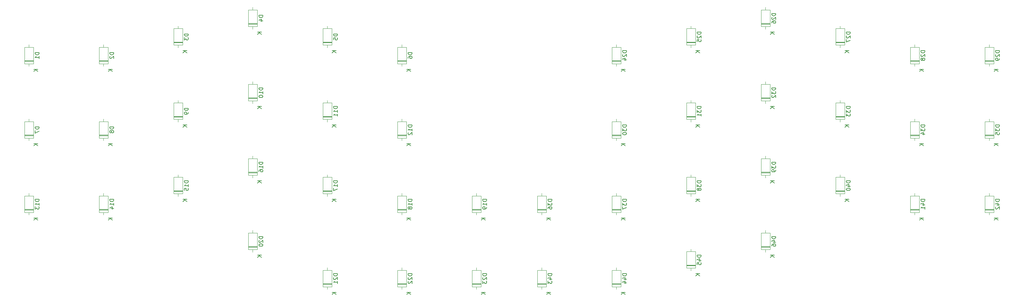
<source format=gbo>
G04 #@! TF.GenerationSoftware,KiCad,Pcbnew,7.0.8*
G04 #@! TF.CreationDate,2023-12-05T18:43:10+09:00*
G04 #@! TF.ProjectId,Keyboard,4b657962-6f61-4726-942e-6b696361645f,rev?*
G04 #@! TF.SameCoordinates,Original*
G04 #@! TF.FileFunction,Legend,Bot*
G04 #@! TF.FilePolarity,Positive*
%FSLAX46Y46*%
G04 Gerber Fmt 4.6, Leading zero omitted, Abs format (unit mm)*
G04 Created by KiCad (PCBNEW 7.0.8) date 2023-12-05 18:43:10*
%MOMM*%
%LPD*%
G01*
G04 APERTURE LIST*
%ADD10C,0.150000*%
%ADD11C,0.120000*%
%ADD12C,1.750000*%
%ADD13C,4.000000*%
%ADD14C,2.500000*%
%ADD15C,2.200000*%
%ADD16C,0.800000*%
%ADD17O,2.000000X1.600000*%
%ADD18O,2.500000X1.500000*%
%ADD19O,1.500000X2.500000*%
%ADD20R,1.600000X1.600000*%
%ADD21O,1.600000X1.600000*%
G04 APERTURE END LIST*
D10*
X181168569Y-93083214D02*
X180168569Y-93083214D01*
X180168569Y-93083214D02*
X180168569Y-93321309D01*
X180168569Y-93321309D02*
X180216188Y-93464166D01*
X180216188Y-93464166D02*
X180311426Y-93559404D01*
X180311426Y-93559404D02*
X180406664Y-93607023D01*
X180406664Y-93607023D02*
X180597140Y-93654642D01*
X180597140Y-93654642D02*
X180739997Y-93654642D01*
X180739997Y-93654642D02*
X180930473Y-93607023D01*
X180930473Y-93607023D02*
X181025711Y-93559404D01*
X181025711Y-93559404D02*
X181120950Y-93464166D01*
X181120950Y-93464166D02*
X181168569Y-93321309D01*
X181168569Y-93321309D02*
X181168569Y-93083214D01*
X180501902Y-94511785D02*
X181168569Y-94511785D01*
X180120950Y-94273690D02*
X180835235Y-94035595D01*
X180835235Y-94035595D02*
X180835235Y-94654642D01*
X180501902Y-95464166D02*
X181168569Y-95464166D01*
X180120950Y-95226071D02*
X180835235Y-94987976D01*
X180835235Y-94987976D02*
X180835235Y-95607023D01*
X180848569Y-97845595D02*
X179848569Y-97845595D01*
X180848569Y-98417023D02*
X180277140Y-97988452D01*
X179848569Y-98417023D02*
X180419997Y-97845595D01*
X145449819Y-93083214D02*
X144449819Y-93083214D01*
X144449819Y-93083214D02*
X144449819Y-93321309D01*
X144449819Y-93321309D02*
X144497438Y-93464166D01*
X144497438Y-93464166D02*
X144592676Y-93559404D01*
X144592676Y-93559404D02*
X144687914Y-93607023D01*
X144687914Y-93607023D02*
X144878390Y-93654642D01*
X144878390Y-93654642D02*
X145021247Y-93654642D01*
X145021247Y-93654642D02*
X145211723Y-93607023D01*
X145211723Y-93607023D02*
X145306961Y-93559404D01*
X145306961Y-93559404D02*
X145402200Y-93464166D01*
X145402200Y-93464166D02*
X145449819Y-93321309D01*
X145449819Y-93321309D02*
X145449819Y-93083214D01*
X144545057Y-94035595D02*
X144497438Y-94083214D01*
X144497438Y-94083214D02*
X144449819Y-94178452D01*
X144449819Y-94178452D02*
X144449819Y-94416547D01*
X144449819Y-94416547D02*
X144497438Y-94511785D01*
X144497438Y-94511785D02*
X144545057Y-94559404D01*
X144545057Y-94559404D02*
X144640295Y-94607023D01*
X144640295Y-94607023D02*
X144735533Y-94607023D01*
X144735533Y-94607023D02*
X144878390Y-94559404D01*
X144878390Y-94559404D02*
X145449819Y-93987976D01*
X145449819Y-93987976D02*
X145449819Y-94607023D01*
X144449819Y-94940357D02*
X144449819Y-95559404D01*
X144449819Y-95559404D02*
X144830771Y-95226071D01*
X144830771Y-95226071D02*
X144830771Y-95368928D01*
X144830771Y-95368928D02*
X144878390Y-95464166D01*
X144878390Y-95464166D02*
X144926009Y-95511785D01*
X144926009Y-95511785D02*
X145021247Y-95559404D01*
X145021247Y-95559404D02*
X145259342Y-95559404D01*
X145259342Y-95559404D02*
X145354580Y-95511785D01*
X145354580Y-95511785D02*
X145402200Y-95464166D01*
X145402200Y-95464166D02*
X145449819Y-95368928D01*
X145449819Y-95368928D02*
X145449819Y-95083214D01*
X145449819Y-95083214D02*
X145402200Y-94987976D01*
X145402200Y-94987976D02*
X145354580Y-94940357D01*
X145129819Y-97845595D02*
X144129819Y-97845595D01*
X145129819Y-98417023D02*
X144558390Y-97988452D01*
X144129819Y-98417023D02*
X144701247Y-97845595D01*
X276418569Y-35933214D02*
X275418569Y-35933214D01*
X275418569Y-35933214D02*
X275418569Y-36171309D01*
X275418569Y-36171309D02*
X275466188Y-36314166D01*
X275466188Y-36314166D02*
X275561426Y-36409404D01*
X275561426Y-36409404D02*
X275656664Y-36457023D01*
X275656664Y-36457023D02*
X275847140Y-36504642D01*
X275847140Y-36504642D02*
X275989997Y-36504642D01*
X275989997Y-36504642D02*
X276180473Y-36457023D01*
X276180473Y-36457023D02*
X276275711Y-36409404D01*
X276275711Y-36409404D02*
X276370950Y-36314166D01*
X276370950Y-36314166D02*
X276418569Y-36171309D01*
X276418569Y-36171309D02*
X276418569Y-35933214D01*
X275513807Y-36885595D02*
X275466188Y-36933214D01*
X275466188Y-36933214D02*
X275418569Y-37028452D01*
X275418569Y-37028452D02*
X275418569Y-37266547D01*
X275418569Y-37266547D02*
X275466188Y-37361785D01*
X275466188Y-37361785D02*
X275513807Y-37409404D01*
X275513807Y-37409404D02*
X275609045Y-37457023D01*
X275609045Y-37457023D02*
X275704283Y-37457023D01*
X275704283Y-37457023D02*
X275847140Y-37409404D01*
X275847140Y-37409404D02*
X276418569Y-36837976D01*
X276418569Y-36837976D02*
X276418569Y-37457023D01*
X276418569Y-37933214D02*
X276418569Y-38123690D01*
X276418569Y-38123690D02*
X276370950Y-38218928D01*
X276370950Y-38218928D02*
X276323330Y-38266547D01*
X276323330Y-38266547D02*
X276180473Y-38361785D01*
X276180473Y-38361785D02*
X275989997Y-38409404D01*
X275989997Y-38409404D02*
X275609045Y-38409404D01*
X275609045Y-38409404D02*
X275513807Y-38361785D01*
X275513807Y-38361785D02*
X275466188Y-38314166D01*
X275466188Y-38314166D02*
X275418569Y-38218928D01*
X275418569Y-38218928D02*
X275418569Y-38028452D01*
X275418569Y-38028452D02*
X275466188Y-37933214D01*
X275466188Y-37933214D02*
X275513807Y-37885595D01*
X275513807Y-37885595D02*
X275609045Y-37837976D01*
X275609045Y-37837976D02*
X275847140Y-37837976D01*
X275847140Y-37837976D02*
X275942378Y-37885595D01*
X275942378Y-37885595D02*
X275989997Y-37933214D01*
X275989997Y-37933214D02*
X276037616Y-38028452D01*
X276037616Y-38028452D02*
X276037616Y-38218928D01*
X276037616Y-38218928D02*
X275989997Y-38314166D01*
X275989997Y-38314166D02*
X275942378Y-38361785D01*
X275942378Y-38361785D02*
X275847140Y-38409404D01*
X276098569Y-40695595D02*
X275098569Y-40695595D01*
X276098569Y-41267023D02*
X275527140Y-40838452D01*
X275098569Y-41267023D02*
X275669997Y-40695595D01*
X162118569Y-93083214D02*
X161118569Y-93083214D01*
X161118569Y-93083214D02*
X161118569Y-93321309D01*
X161118569Y-93321309D02*
X161166188Y-93464166D01*
X161166188Y-93464166D02*
X161261426Y-93559404D01*
X161261426Y-93559404D02*
X161356664Y-93607023D01*
X161356664Y-93607023D02*
X161547140Y-93654642D01*
X161547140Y-93654642D02*
X161689997Y-93654642D01*
X161689997Y-93654642D02*
X161880473Y-93607023D01*
X161880473Y-93607023D02*
X161975711Y-93559404D01*
X161975711Y-93559404D02*
X162070950Y-93464166D01*
X162070950Y-93464166D02*
X162118569Y-93321309D01*
X162118569Y-93321309D02*
X162118569Y-93083214D01*
X161451902Y-94511785D02*
X162118569Y-94511785D01*
X161070950Y-94273690D02*
X161785235Y-94035595D01*
X161785235Y-94035595D02*
X161785235Y-94654642D01*
X161118569Y-94940357D02*
X161118569Y-95559404D01*
X161118569Y-95559404D02*
X161499521Y-95226071D01*
X161499521Y-95226071D02*
X161499521Y-95368928D01*
X161499521Y-95368928D02*
X161547140Y-95464166D01*
X161547140Y-95464166D02*
X161594759Y-95511785D01*
X161594759Y-95511785D02*
X161689997Y-95559404D01*
X161689997Y-95559404D02*
X161928092Y-95559404D01*
X161928092Y-95559404D02*
X162023330Y-95511785D01*
X162023330Y-95511785D02*
X162070950Y-95464166D01*
X162070950Y-95464166D02*
X162118569Y-95368928D01*
X162118569Y-95368928D02*
X162118569Y-95083214D01*
X162118569Y-95083214D02*
X162070950Y-94987976D01*
X162070950Y-94987976D02*
X162023330Y-94940357D01*
X161798569Y-97845595D02*
X160798569Y-97845595D01*
X161798569Y-98417023D02*
X161227140Y-97988452D01*
X160798569Y-98417023D02*
X161369997Y-97845595D01*
X181168569Y-74033214D02*
X180168569Y-74033214D01*
X180168569Y-74033214D02*
X180168569Y-74271309D01*
X180168569Y-74271309D02*
X180216188Y-74414166D01*
X180216188Y-74414166D02*
X180311426Y-74509404D01*
X180311426Y-74509404D02*
X180406664Y-74557023D01*
X180406664Y-74557023D02*
X180597140Y-74604642D01*
X180597140Y-74604642D02*
X180739997Y-74604642D01*
X180739997Y-74604642D02*
X180930473Y-74557023D01*
X180930473Y-74557023D02*
X181025711Y-74509404D01*
X181025711Y-74509404D02*
X181120950Y-74414166D01*
X181120950Y-74414166D02*
X181168569Y-74271309D01*
X181168569Y-74271309D02*
X181168569Y-74033214D01*
X180168569Y-74937976D02*
X180168569Y-75557023D01*
X180168569Y-75557023D02*
X180549521Y-75223690D01*
X180549521Y-75223690D02*
X180549521Y-75366547D01*
X180549521Y-75366547D02*
X180597140Y-75461785D01*
X180597140Y-75461785D02*
X180644759Y-75509404D01*
X180644759Y-75509404D02*
X180739997Y-75557023D01*
X180739997Y-75557023D02*
X180978092Y-75557023D01*
X180978092Y-75557023D02*
X181073330Y-75509404D01*
X181073330Y-75509404D02*
X181120950Y-75461785D01*
X181120950Y-75461785D02*
X181168569Y-75366547D01*
X181168569Y-75366547D02*
X181168569Y-75080833D01*
X181168569Y-75080833D02*
X181120950Y-74985595D01*
X181120950Y-74985595D02*
X181073330Y-74937976D01*
X180168569Y-75890357D02*
X180168569Y-76557023D01*
X180168569Y-76557023D02*
X181168569Y-76128452D01*
X180848569Y-78795595D02*
X179848569Y-78795595D01*
X180848569Y-79367023D02*
X180277140Y-78938452D01*
X179848569Y-79367023D02*
X180419997Y-78795595D01*
X88299819Y-64508214D02*
X87299819Y-64508214D01*
X87299819Y-64508214D02*
X87299819Y-64746309D01*
X87299819Y-64746309D02*
X87347438Y-64889166D01*
X87347438Y-64889166D02*
X87442676Y-64984404D01*
X87442676Y-64984404D02*
X87537914Y-65032023D01*
X87537914Y-65032023D02*
X87728390Y-65079642D01*
X87728390Y-65079642D02*
X87871247Y-65079642D01*
X87871247Y-65079642D02*
X88061723Y-65032023D01*
X88061723Y-65032023D02*
X88156961Y-64984404D01*
X88156961Y-64984404D02*
X88252200Y-64889166D01*
X88252200Y-64889166D02*
X88299819Y-64746309D01*
X88299819Y-64746309D02*
X88299819Y-64508214D01*
X88299819Y-66032023D02*
X88299819Y-65460595D01*
X88299819Y-65746309D02*
X87299819Y-65746309D01*
X87299819Y-65746309D02*
X87442676Y-65651071D01*
X87442676Y-65651071D02*
X87537914Y-65555833D01*
X87537914Y-65555833D02*
X87585533Y-65460595D01*
X87299819Y-66889166D02*
X87299819Y-66698690D01*
X87299819Y-66698690D02*
X87347438Y-66603452D01*
X87347438Y-66603452D02*
X87395057Y-66555833D01*
X87395057Y-66555833D02*
X87537914Y-66460595D01*
X87537914Y-66460595D02*
X87728390Y-66412976D01*
X87728390Y-66412976D02*
X88109342Y-66412976D01*
X88109342Y-66412976D02*
X88204580Y-66460595D01*
X88204580Y-66460595D02*
X88252200Y-66508214D01*
X88252200Y-66508214D02*
X88299819Y-66603452D01*
X88299819Y-66603452D02*
X88299819Y-66793928D01*
X88299819Y-66793928D02*
X88252200Y-66889166D01*
X88252200Y-66889166D02*
X88204580Y-66936785D01*
X88204580Y-66936785D02*
X88109342Y-66984404D01*
X88109342Y-66984404D02*
X87871247Y-66984404D01*
X87871247Y-66984404D02*
X87776009Y-66936785D01*
X87776009Y-66936785D02*
X87728390Y-66889166D01*
X87728390Y-66889166D02*
X87680771Y-66793928D01*
X87680771Y-66793928D02*
X87680771Y-66603452D01*
X87680771Y-66603452D02*
X87728390Y-66508214D01*
X87728390Y-66508214D02*
X87776009Y-66460595D01*
X87776009Y-66460595D02*
X87871247Y-66412976D01*
X87979819Y-69270595D02*
X86979819Y-69270595D01*
X87979819Y-69842023D02*
X87408390Y-69413452D01*
X86979819Y-69842023D02*
X87551247Y-69270595D01*
X238318569Y-69270714D02*
X237318569Y-69270714D01*
X237318569Y-69270714D02*
X237318569Y-69508809D01*
X237318569Y-69508809D02*
X237366188Y-69651666D01*
X237366188Y-69651666D02*
X237461426Y-69746904D01*
X237461426Y-69746904D02*
X237556664Y-69794523D01*
X237556664Y-69794523D02*
X237747140Y-69842142D01*
X237747140Y-69842142D02*
X237889997Y-69842142D01*
X237889997Y-69842142D02*
X238080473Y-69794523D01*
X238080473Y-69794523D02*
X238175711Y-69746904D01*
X238175711Y-69746904D02*
X238270950Y-69651666D01*
X238270950Y-69651666D02*
X238318569Y-69508809D01*
X238318569Y-69508809D02*
X238318569Y-69270714D01*
X237651902Y-70699285D02*
X238318569Y-70699285D01*
X237270950Y-70461190D02*
X237985235Y-70223095D01*
X237985235Y-70223095D02*
X237985235Y-70842142D01*
X237318569Y-71413571D02*
X237318569Y-71508809D01*
X237318569Y-71508809D02*
X237366188Y-71604047D01*
X237366188Y-71604047D02*
X237413807Y-71651666D01*
X237413807Y-71651666D02*
X237509045Y-71699285D01*
X237509045Y-71699285D02*
X237699521Y-71746904D01*
X237699521Y-71746904D02*
X237937616Y-71746904D01*
X237937616Y-71746904D02*
X238128092Y-71699285D01*
X238128092Y-71699285D02*
X238223330Y-71651666D01*
X238223330Y-71651666D02*
X238270950Y-71604047D01*
X238270950Y-71604047D02*
X238318569Y-71508809D01*
X238318569Y-71508809D02*
X238318569Y-71413571D01*
X238318569Y-71413571D02*
X238270950Y-71318333D01*
X238270950Y-71318333D02*
X238223330Y-71270714D01*
X238223330Y-71270714D02*
X238128092Y-71223095D01*
X238128092Y-71223095D02*
X237937616Y-71175476D01*
X237937616Y-71175476D02*
X237699521Y-71175476D01*
X237699521Y-71175476D02*
X237509045Y-71223095D01*
X237509045Y-71223095D02*
X237413807Y-71270714D01*
X237413807Y-71270714D02*
X237366188Y-71318333D01*
X237366188Y-71318333D02*
X237318569Y-71413571D01*
X237998569Y-74033095D02*
X236998569Y-74033095D01*
X237998569Y-74604523D02*
X237427140Y-74175952D01*
X236998569Y-74604523D02*
X237569997Y-74033095D01*
X88299819Y-26884405D02*
X87299819Y-26884405D01*
X87299819Y-26884405D02*
X87299819Y-27122500D01*
X87299819Y-27122500D02*
X87347438Y-27265357D01*
X87347438Y-27265357D02*
X87442676Y-27360595D01*
X87442676Y-27360595D02*
X87537914Y-27408214D01*
X87537914Y-27408214D02*
X87728390Y-27455833D01*
X87728390Y-27455833D02*
X87871247Y-27455833D01*
X87871247Y-27455833D02*
X88061723Y-27408214D01*
X88061723Y-27408214D02*
X88156961Y-27360595D01*
X88156961Y-27360595D02*
X88252200Y-27265357D01*
X88252200Y-27265357D02*
X88299819Y-27122500D01*
X88299819Y-27122500D02*
X88299819Y-26884405D01*
X87633152Y-28312976D02*
X88299819Y-28312976D01*
X87252200Y-28074881D02*
X87966485Y-27836786D01*
X87966485Y-27836786D02*
X87966485Y-28455833D01*
X87979819Y-31170595D02*
X86979819Y-31170595D01*
X87979819Y-31742023D02*
X87408390Y-31313452D01*
X86979819Y-31742023D02*
X87551247Y-31170595D01*
X219268569Y-45458214D02*
X218268569Y-45458214D01*
X218268569Y-45458214D02*
X218268569Y-45696309D01*
X218268569Y-45696309D02*
X218316188Y-45839166D01*
X218316188Y-45839166D02*
X218411426Y-45934404D01*
X218411426Y-45934404D02*
X218506664Y-45982023D01*
X218506664Y-45982023D02*
X218697140Y-46029642D01*
X218697140Y-46029642D02*
X218839997Y-46029642D01*
X218839997Y-46029642D02*
X219030473Y-45982023D01*
X219030473Y-45982023D02*
X219125711Y-45934404D01*
X219125711Y-45934404D02*
X219220950Y-45839166D01*
X219220950Y-45839166D02*
X219268569Y-45696309D01*
X219268569Y-45696309D02*
X219268569Y-45458214D01*
X218268569Y-46362976D02*
X218268569Y-46982023D01*
X218268569Y-46982023D02*
X218649521Y-46648690D01*
X218649521Y-46648690D02*
X218649521Y-46791547D01*
X218649521Y-46791547D02*
X218697140Y-46886785D01*
X218697140Y-46886785D02*
X218744759Y-46934404D01*
X218744759Y-46934404D02*
X218839997Y-46982023D01*
X218839997Y-46982023D02*
X219078092Y-46982023D01*
X219078092Y-46982023D02*
X219173330Y-46934404D01*
X219173330Y-46934404D02*
X219220950Y-46886785D01*
X219220950Y-46886785D02*
X219268569Y-46791547D01*
X219268569Y-46791547D02*
X219268569Y-46505833D01*
X219268569Y-46505833D02*
X219220950Y-46410595D01*
X219220950Y-46410595D02*
X219173330Y-46362976D01*
X218363807Y-47362976D02*
X218316188Y-47410595D01*
X218316188Y-47410595D02*
X218268569Y-47505833D01*
X218268569Y-47505833D02*
X218268569Y-47743928D01*
X218268569Y-47743928D02*
X218316188Y-47839166D01*
X218316188Y-47839166D02*
X218363807Y-47886785D01*
X218363807Y-47886785D02*
X218459045Y-47934404D01*
X218459045Y-47934404D02*
X218554283Y-47934404D01*
X218554283Y-47934404D02*
X218697140Y-47886785D01*
X218697140Y-47886785D02*
X219268569Y-47315357D01*
X219268569Y-47315357D02*
X219268569Y-47934404D01*
X218948569Y-50220595D02*
X217948569Y-50220595D01*
X218948569Y-50792023D02*
X218377140Y-50363452D01*
X217948569Y-50792023D02*
X218519997Y-50220595D01*
X276418569Y-54983214D02*
X275418569Y-54983214D01*
X275418569Y-54983214D02*
X275418569Y-55221309D01*
X275418569Y-55221309D02*
X275466188Y-55364166D01*
X275466188Y-55364166D02*
X275561426Y-55459404D01*
X275561426Y-55459404D02*
X275656664Y-55507023D01*
X275656664Y-55507023D02*
X275847140Y-55554642D01*
X275847140Y-55554642D02*
X275989997Y-55554642D01*
X275989997Y-55554642D02*
X276180473Y-55507023D01*
X276180473Y-55507023D02*
X276275711Y-55459404D01*
X276275711Y-55459404D02*
X276370950Y-55364166D01*
X276370950Y-55364166D02*
X276418569Y-55221309D01*
X276418569Y-55221309D02*
X276418569Y-54983214D01*
X275418569Y-55887976D02*
X275418569Y-56507023D01*
X275418569Y-56507023D02*
X275799521Y-56173690D01*
X275799521Y-56173690D02*
X275799521Y-56316547D01*
X275799521Y-56316547D02*
X275847140Y-56411785D01*
X275847140Y-56411785D02*
X275894759Y-56459404D01*
X275894759Y-56459404D02*
X275989997Y-56507023D01*
X275989997Y-56507023D02*
X276228092Y-56507023D01*
X276228092Y-56507023D02*
X276323330Y-56459404D01*
X276323330Y-56459404D02*
X276370950Y-56411785D01*
X276370950Y-56411785D02*
X276418569Y-56316547D01*
X276418569Y-56316547D02*
X276418569Y-56030833D01*
X276418569Y-56030833D02*
X276370950Y-55935595D01*
X276370950Y-55935595D02*
X276323330Y-55887976D01*
X275418569Y-57411785D02*
X275418569Y-56935595D01*
X275418569Y-56935595D02*
X275894759Y-56887976D01*
X275894759Y-56887976D02*
X275847140Y-56935595D01*
X275847140Y-56935595D02*
X275799521Y-57030833D01*
X275799521Y-57030833D02*
X275799521Y-57268928D01*
X275799521Y-57268928D02*
X275847140Y-57364166D01*
X275847140Y-57364166D02*
X275894759Y-57411785D01*
X275894759Y-57411785D02*
X275989997Y-57459404D01*
X275989997Y-57459404D02*
X276228092Y-57459404D01*
X276228092Y-57459404D02*
X276323330Y-57411785D01*
X276323330Y-57411785D02*
X276370950Y-57364166D01*
X276370950Y-57364166D02*
X276418569Y-57268928D01*
X276418569Y-57268928D02*
X276418569Y-57030833D01*
X276418569Y-57030833D02*
X276370950Y-56935595D01*
X276370950Y-56935595D02*
X276323330Y-56887976D01*
X276098569Y-59745595D02*
X275098569Y-59745595D01*
X276098569Y-60317023D02*
X275527140Y-59888452D01*
X275098569Y-60317023D02*
X275669997Y-59745595D01*
X31149819Y-74033214D02*
X30149819Y-74033214D01*
X30149819Y-74033214D02*
X30149819Y-74271309D01*
X30149819Y-74271309D02*
X30197438Y-74414166D01*
X30197438Y-74414166D02*
X30292676Y-74509404D01*
X30292676Y-74509404D02*
X30387914Y-74557023D01*
X30387914Y-74557023D02*
X30578390Y-74604642D01*
X30578390Y-74604642D02*
X30721247Y-74604642D01*
X30721247Y-74604642D02*
X30911723Y-74557023D01*
X30911723Y-74557023D02*
X31006961Y-74509404D01*
X31006961Y-74509404D02*
X31102200Y-74414166D01*
X31102200Y-74414166D02*
X31149819Y-74271309D01*
X31149819Y-74271309D02*
X31149819Y-74033214D01*
X31149819Y-75557023D02*
X31149819Y-74985595D01*
X31149819Y-75271309D02*
X30149819Y-75271309D01*
X30149819Y-75271309D02*
X30292676Y-75176071D01*
X30292676Y-75176071D02*
X30387914Y-75080833D01*
X30387914Y-75080833D02*
X30435533Y-74985595D01*
X30149819Y-75890357D02*
X30149819Y-76509404D01*
X30149819Y-76509404D02*
X30530771Y-76176071D01*
X30530771Y-76176071D02*
X30530771Y-76318928D01*
X30530771Y-76318928D02*
X30578390Y-76414166D01*
X30578390Y-76414166D02*
X30626009Y-76461785D01*
X30626009Y-76461785D02*
X30721247Y-76509404D01*
X30721247Y-76509404D02*
X30959342Y-76509404D01*
X30959342Y-76509404D02*
X31054580Y-76461785D01*
X31054580Y-76461785D02*
X31102200Y-76414166D01*
X31102200Y-76414166D02*
X31149819Y-76318928D01*
X31149819Y-76318928D02*
X31149819Y-76033214D01*
X31149819Y-76033214D02*
X31102200Y-75937976D01*
X31102200Y-75937976D02*
X31054580Y-75890357D01*
X30829819Y-78795595D02*
X29829819Y-78795595D01*
X30829819Y-79367023D02*
X30258390Y-78938452D01*
X29829819Y-79367023D02*
X30401247Y-78795595D01*
X200218569Y-31170714D02*
X199218569Y-31170714D01*
X199218569Y-31170714D02*
X199218569Y-31408809D01*
X199218569Y-31408809D02*
X199266188Y-31551666D01*
X199266188Y-31551666D02*
X199361426Y-31646904D01*
X199361426Y-31646904D02*
X199456664Y-31694523D01*
X199456664Y-31694523D02*
X199647140Y-31742142D01*
X199647140Y-31742142D02*
X199789997Y-31742142D01*
X199789997Y-31742142D02*
X199980473Y-31694523D01*
X199980473Y-31694523D02*
X200075711Y-31646904D01*
X200075711Y-31646904D02*
X200170950Y-31551666D01*
X200170950Y-31551666D02*
X200218569Y-31408809D01*
X200218569Y-31408809D02*
X200218569Y-31170714D01*
X199313807Y-32123095D02*
X199266188Y-32170714D01*
X199266188Y-32170714D02*
X199218569Y-32265952D01*
X199218569Y-32265952D02*
X199218569Y-32504047D01*
X199218569Y-32504047D02*
X199266188Y-32599285D01*
X199266188Y-32599285D02*
X199313807Y-32646904D01*
X199313807Y-32646904D02*
X199409045Y-32694523D01*
X199409045Y-32694523D02*
X199504283Y-32694523D01*
X199504283Y-32694523D02*
X199647140Y-32646904D01*
X199647140Y-32646904D02*
X200218569Y-32075476D01*
X200218569Y-32075476D02*
X200218569Y-32694523D01*
X199218569Y-33599285D02*
X199218569Y-33123095D01*
X199218569Y-33123095D02*
X199694759Y-33075476D01*
X199694759Y-33075476D02*
X199647140Y-33123095D01*
X199647140Y-33123095D02*
X199599521Y-33218333D01*
X199599521Y-33218333D02*
X199599521Y-33456428D01*
X199599521Y-33456428D02*
X199647140Y-33551666D01*
X199647140Y-33551666D02*
X199694759Y-33599285D01*
X199694759Y-33599285D02*
X199789997Y-33646904D01*
X199789997Y-33646904D02*
X200028092Y-33646904D01*
X200028092Y-33646904D02*
X200123330Y-33599285D01*
X200123330Y-33599285D02*
X200170950Y-33551666D01*
X200170950Y-33551666D02*
X200218569Y-33456428D01*
X200218569Y-33456428D02*
X200218569Y-33218333D01*
X200218569Y-33218333D02*
X200170950Y-33123095D01*
X200170950Y-33123095D02*
X200123330Y-33075476D01*
X199898569Y-35933095D02*
X198898569Y-35933095D01*
X199898569Y-36504523D02*
X199327140Y-36075952D01*
X198898569Y-36504523D02*
X199469997Y-35933095D01*
X257368569Y-74033214D02*
X256368569Y-74033214D01*
X256368569Y-74033214D02*
X256368569Y-74271309D01*
X256368569Y-74271309D02*
X256416188Y-74414166D01*
X256416188Y-74414166D02*
X256511426Y-74509404D01*
X256511426Y-74509404D02*
X256606664Y-74557023D01*
X256606664Y-74557023D02*
X256797140Y-74604642D01*
X256797140Y-74604642D02*
X256939997Y-74604642D01*
X256939997Y-74604642D02*
X257130473Y-74557023D01*
X257130473Y-74557023D02*
X257225711Y-74509404D01*
X257225711Y-74509404D02*
X257320950Y-74414166D01*
X257320950Y-74414166D02*
X257368569Y-74271309D01*
X257368569Y-74271309D02*
X257368569Y-74033214D01*
X256701902Y-75461785D02*
X257368569Y-75461785D01*
X256320950Y-75223690D02*
X257035235Y-74985595D01*
X257035235Y-74985595D02*
X257035235Y-75604642D01*
X257368569Y-76509404D02*
X257368569Y-75937976D01*
X257368569Y-76223690D02*
X256368569Y-76223690D01*
X256368569Y-76223690D02*
X256511426Y-76128452D01*
X256511426Y-76128452D02*
X256606664Y-76033214D01*
X256606664Y-76033214D02*
X256654283Y-75937976D01*
X257048569Y-78795595D02*
X256048569Y-78795595D01*
X257048569Y-79367023D02*
X256477140Y-78938452D01*
X256048569Y-79367023D02*
X256619997Y-78795595D01*
X126399819Y-93083214D02*
X125399819Y-93083214D01*
X125399819Y-93083214D02*
X125399819Y-93321309D01*
X125399819Y-93321309D02*
X125447438Y-93464166D01*
X125447438Y-93464166D02*
X125542676Y-93559404D01*
X125542676Y-93559404D02*
X125637914Y-93607023D01*
X125637914Y-93607023D02*
X125828390Y-93654642D01*
X125828390Y-93654642D02*
X125971247Y-93654642D01*
X125971247Y-93654642D02*
X126161723Y-93607023D01*
X126161723Y-93607023D02*
X126256961Y-93559404D01*
X126256961Y-93559404D02*
X126352200Y-93464166D01*
X126352200Y-93464166D02*
X126399819Y-93321309D01*
X126399819Y-93321309D02*
X126399819Y-93083214D01*
X125495057Y-94035595D02*
X125447438Y-94083214D01*
X125447438Y-94083214D02*
X125399819Y-94178452D01*
X125399819Y-94178452D02*
X125399819Y-94416547D01*
X125399819Y-94416547D02*
X125447438Y-94511785D01*
X125447438Y-94511785D02*
X125495057Y-94559404D01*
X125495057Y-94559404D02*
X125590295Y-94607023D01*
X125590295Y-94607023D02*
X125685533Y-94607023D01*
X125685533Y-94607023D02*
X125828390Y-94559404D01*
X125828390Y-94559404D02*
X126399819Y-93987976D01*
X126399819Y-93987976D02*
X126399819Y-94607023D01*
X125495057Y-94987976D02*
X125447438Y-95035595D01*
X125447438Y-95035595D02*
X125399819Y-95130833D01*
X125399819Y-95130833D02*
X125399819Y-95368928D01*
X125399819Y-95368928D02*
X125447438Y-95464166D01*
X125447438Y-95464166D02*
X125495057Y-95511785D01*
X125495057Y-95511785D02*
X125590295Y-95559404D01*
X125590295Y-95559404D02*
X125685533Y-95559404D01*
X125685533Y-95559404D02*
X125828390Y-95511785D01*
X125828390Y-95511785D02*
X126399819Y-94940357D01*
X126399819Y-94940357D02*
X126399819Y-95559404D01*
X126079819Y-97845595D02*
X125079819Y-97845595D01*
X126079819Y-98417023D02*
X125508390Y-97988452D01*
X125079819Y-98417023D02*
X125651247Y-97845595D01*
X219268569Y-64508214D02*
X218268569Y-64508214D01*
X218268569Y-64508214D02*
X218268569Y-64746309D01*
X218268569Y-64746309D02*
X218316188Y-64889166D01*
X218316188Y-64889166D02*
X218411426Y-64984404D01*
X218411426Y-64984404D02*
X218506664Y-65032023D01*
X218506664Y-65032023D02*
X218697140Y-65079642D01*
X218697140Y-65079642D02*
X218839997Y-65079642D01*
X218839997Y-65079642D02*
X219030473Y-65032023D01*
X219030473Y-65032023D02*
X219125711Y-64984404D01*
X219125711Y-64984404D02*
X219220950Y-64889166D01*
X219220950Y-64889166D02*
X219268569Y-64746309D01*
X219268569Y-64746309D02*
X219268569Y-64508214D01*
X218268569Y-65412976D02*
X218268569Y-66032023D01*
X218268569Y-66032023D02*
X218649521Y-65698690D01*
X218649521Y-65698690D02*
X218649521Y-65841547D01*
X218649521Y-65841547D02*
X218697140Y-65936785D01*
X218697140Y-65936785D02*
X218744759Y-65984404D01*
X218744759Y-65984404D02*
X218839997Y-66032023D01*
X218839997Y-66032023D02*
X219078092Y-66032023D01*
X219078092Y-66032023D02*
X219173330Y-65984404D01*
X219173330Y-65984404D02*
X219220950Y-65936785D01*
X219220950Y-65936785D02*
X219268569Y-65841547D01*
X219268569Y-65841547D02*
X219268569Y-65555833D01*
X219268569Y-65555833D02*
X219220950Y-65460595D01*
X219220950Y-65460595D02*
X219173330Y-65412976D01*
X219268569Y-66508214D02*
X219268569Y-66698690D01*
X219268569Y-66698690D02*
X219220950Y-66793928D01*
X219220950Y-66793928D02*
X219173330Y-66841547D01*
X219173330Y-66841547D02*
X219030473Y-66936785D01*
X219030473Y-66936785D02*
X218839997Y-66984404D01*
X218839997Y-66984404D02*
X218459045Y-66984404D01*
X218459045Y-66984404D02*
X218363807Y-66936785D01*
X218363807Y-66936785D02*
X218316188Y-66889166D01*
X218316188Y-66889166D02*
X218268569Y-66793928D01*
X218268569Y-66793928D02*
X218268569Y-66603452D01*
X218268569Y-66603452D02*
X218316188Y-66508214D01*
X218316188Y-66508214D02*
X218363807Y-66460595D01*
X218363807Y-66460595D02*
X218459045Y-66412976D01*
X218459045Y-66412976D02*
X218697140Y-66412976D01*
X218697140Y-66412976D02*
X218792378Y-66460595D01*
X218792378Y-66460595D02*
X218839997Y-66508214D01*
X218839997Y-66508214D02*
X218887616Y-66603452D01*
X218887616Y-66603452D02*
X218887616Y-66793928D01*
X218887616Y-66793928D02*
X218839997Y-66889166D01*
X218839997Y-66889166D02*
X218792378Y-66936785D01*
X218792378Y-66936785D02*
X218697140Y-66984404D01*
X218948569Y-69270595D02*
X217948569Y-69270595D01*
X218948569Y-69842023D02*
X218377140Y-69413452D01*
X217948569Y-69842023D02*
X218519997Y-69270595D01*
X238318569Y-50220714D02*
X237318569Y-50220714D01*
X237318569Y-50220714D02*
X237318569Y-50458809D01*
X237318569Y-50458809D02*
X237366188Y-50601666D01*
X237366188Y-50601666D02*
X237461426Y-50696904D01*
X237461426Y-50696904D02*
X237556664Y-50744523D01*
X237556664Y-50744523D02*
X237747140Y-50792142D01*
X237747140Y-50792142D02*
X237889997Y-50792142D01*
X237889997Y-50792142D02*
X238080473Y-50744523D01*
X238080473Y-50744523D02*
X238175711Y-50696904D01*
X238175711Y-50696904D02*
X238270950Y-50601666D01*
X238270950Y-50601666D02*
X238318569Y-50458809D01*
X238318569Y-50458809D02*
X238318569Y-50220714D01*
X237318569Y-51125476D02*
X237318569Y-51744523D01*
X237318569Y-51744523D02*
X237699521Y-51411190D01*
X237699521Y-51411190D02*
X237699521Y-51554047D01*
X237699521Y-51554047D02*
X237747140Y-51649285D01*
X237747140Y-51649285D02*
X237794759Y-51696904D01*
X237794759Y-51696904D02*
X237889997Y-51744523D01*
X237889997Y-51744523D02*
X238128092Y-51744523D01*
X238128092Y-51744523D02*
X238223330Y-51696904D01*
X238223330Y-51696904D02*
X238270950Y-51649285D01*
X238270950Y-51649285D02*
X238318569Y-51554047D01*
X238318569Y-51554047D02*
X238318569Y-51268333D01*
X238318569Y-51268333D02*
X238270950Y-51173095D01*
X238270950Y-51173095D02*
X238223330Y-51125476D01*
X237318569Y-52077857D02*
X237318569Y-52696904D01*
X237318569Y-52696904D02*
X237699521Y-52363571D01*
X237699521Y-52363571D02*
X237699521Y-52506428D01*
X237699521Y-52506428D02*
X237747140Y-52601666D01*
X237747140Y-52601666D02*
X237794759Y-52649285D01*
X237794759Y-52649285D02*
X237889997Y-52696904D01*
X237889997Y-52696904D02*
X238128092Y-52696904D01*
X238128092Y-52696904D02*
X238223330Y-52649285D01*
X238223330Y-52649285D02*
X238270950Y-52601666D01*
X238270950Y-52601666D02*
X238318569Y-52506428D01*
X238318569Y-52506428D02*
X238318569Y-52220714D01*
X238318569Y-52220714D02*
X238270950Y-52125476D01*
X238270950Y-52125476D02*
X238223330Y-52077857D01*
X237998569Y-54983095D02*
X236998569Y-54983095D01*
X237998569Y-55554523D02*
X237427140Y-55125952D01*
X236998569Y-55554523D02*
X237569997Y-54983095D01*
X31149819Y-36409405D02*
X30149819Y-36409405D01*
X30149819Y-36409405D02*
X30149819Y-36647500D01*
X30149819Y-36647500D02*
X30197438Y-36790357D01*
X30197438Y-36790357D02*
X30292676Y-36885595D01*
X30292676Y-36885595D02*
X30387914Y-36933214D01*
X30387914Y-36933214D02*
X30578390Y-36980833D01*
X30578390Y-36980833D02*
X30721247Y-36980833D01*
X30721247Y-36980833D02*
X30911723Y-36933214D01*
X30911723Y-36933214D02*
X31006961Y-36885595D01*
X31006961Y-36885595D02*
X31102200Y-36790357D01*
X31102200Y-36790357D02*
X31149819Y-36647500D01*
X31149819Y-36647500D02*
X31149819Y-36409405D01*
X31149819Y-37933214D02*
X31149819Y-37361786D01*
X31149819Y-37647500D02*
X30149819Y-37647500D01*
X30149819Y-37647500D02*
X30292676Y-37552262D01*
X30292676Y-37552262D02*
X30387914Y-37457024D01*
X30387914Y-37457024D02*
X30435533Y-37361786D01*
X30829819Y-40695595D02*
X29829819Y-40695595D01*
X30829819Y-41267023D02*
X30258390Y-40838452D01*
X29829819Y-41267023D02*
X30401247Y-40695595D01*
X88299819Y-83558214D02*
X87299819Y-83558214D01*
X87299819Y-83558214D02*
X87299819Y-83796309D01*
X87299819Y-83796309D02*
X87347438Y-83939166D01*
X87347438Y-83939166D02*
X87442676Y-84034404D01*
X87442676Y-84034404D02*
X87537914Y-84082023D01*
X87537914Y-84082023D02*
X87728390Y-84129642D01*
X87728390Y-84129642D02*
X87871247Y-84129642D01*
X87871247Y-84129642D02*
X88061723Y-84082023D01*
X88061723Y-84082023D02*
X88156961Y-84034404D01*
X88156961Y-84034404D02*
X88252200Y-83939166D01*
X88252200Y-83939166D02*
X88299819Y-83796309D01*
X88299819Y-83796309D02*
X88299819Y-83558214D01*
X87395057Y-84510595D02*
X87347438Y-84558214D01*
X87347438Y-84558214D02*
X87299819Y-84653452D01*
X87299819Y-84653452D02*
X87299819Y-84891547D01*
X87299819Y-84891547D02*
X87347438Y-84986785D01*
X87347438Y-84986785D02*
X87395057Y-85034404D01*
X87395057Y-85034404D02*
X87490295Y-85082023D01*
X87490295Y-85082023D02*
X87585533Y-85082023D01*
X87585533Y-85082023D02*
X87728390Y-85034404D01*
X87728390Y-85034404D02*
X88299819Y-84462976D01*
X88299819Y-84462976D02*
X88299819Y-85082023D01*
X87299819Y-85701071D02*
X87299819Y-85796309D01*
X87299819Y-85796309D02*
X87347438Y-85891547D01*
X87347438Y-85891547D02*
X87395057Y-85939166D01*
X87395057Y-85939166D02*
X87490295Y-85986785D01*
X87490295Y-85986785D02*
X87680771Y-86034404D01*
X87680771Y-86034404D02*
X87918866Y-86034404D01*
X87918866Y-86034404D02*
X88109342Y-85986785D01*
X88109342Y-85986785D02*
X88204580Y-85939166D01*
X88204580Y-85939166D02*
X88252200Y-85891547D01*
X88252200Y-85891547D02*
X88299819Y-85796309D01*
X88299819Y-85796309D02*
X88299819Y-85701071D01*
X88299819Y-85701071D02*
X88252200Y-85605833D01*
X88252200Y-85605833D02*
X88204580Y-85558214D01*
X88204580Y-85558214D02*
X88109342Y-85510595D01*
X88109342Y-85510595D02*
X87918866Y-85462976D01*
X87918866Y-85462976D02*
X87680771Y-85462976D01*
X87680771Y-85462976D02*
X87490295Y-85510595D01*
X87490295Y-85510595D02*
X87395057Y-85558214D01*
X87395057Y-85558214D02*
X87347438Y-85605833D01*
X87347438Y-85605833D02*
X87299819Y-85701071D01*
X87979819Y-88320595D02*
X86979819Y-88320595D01*
X87979819Y-88892023D02*
X87408390Y-88463452D01*
X86979819Y-88892023D02*
X87551247Y-88320595D01*
X257368569Y-54983214D02*
X256368569Y-54983214D01*
X256368569Y-54983214D02*
X256368569Y-55221309D01*
X256368569Y-55221309D02*
X256416188Y-55364166D01*
X256416188Y-55364166D02*
X256511426Y-55459404D01*
X256511426Y-55459404D02*
X256606664Y-55507023D01*
X256606664Y-55507023D02*
X256797140Y-55554642D01*
X256797140Y-55554642D02*
X256939997Y-55554642D01*
X256939997Y-55554642D02*
X257130473Y-55507023D01*
X257130473Y-55507023D02*
X257225711Y-55459404D01*
X257225711Y-55459404D02*
X257320950Y-55364166D01*
X257320950Y-55364166D02*
X257368569Y-55221309D01*
X257368569Y-55221309D02*
X257368569Y-54983214D01*
X256368569Y-55887976D02*
X256368569Y-56507023D01*
X256368569Y-56507023D02*
X256749521Y-56173690D01*
X256749521Y-56173690D02*
X256749521Y-56316547D01*
X256749521Y-56316547D02*
X256797140Y-56411785D01*
X256797140Y-56411785D02*
X256844759Y-56459404D01*
X256844759Y-56459404D02*
X256939997Y-56507023D01*
X256939997Y-56507023D02*
X257178092Y-56507023D01*
X257178092Y-56507023D02*
X257273330Y-56459404D01*
X257273330Y-56459404D02*
X257320950Y-56411785D01*
X257320950Y-56411785D02*
X257368569Y-56316547D01*
X257368569Y-56316547D02*
X257368569Y-56030833D01*
X257368569Y-56030833D02*
X257320950Y-55935595D01*
X257320950Y-55935595D02*
X257273330Y-55887976D01*
X256701902Y-57364166D02*
X257368569Y-57364166D01*
X256320950Y-57126071D02*
X257035235Y-56887976D01*
X257035235Y-56887976D02*
X257035235Y-57507023D01*
X257048569Y-59745595D02*
X256048569Y-59745595D01*
X257048569Y-60317023D02*
X256477140Y-59888452D01*
X256048569Y-60317023D02*
X256619997Y-59745595D01*
X200218569Y-50220714D02*
X199218569Y-50220714D01*
X199218569Y-50220714D02*
X199218569Y-50458809D01*
X199218569Y-50458809D02*
X199266188Y-50601666D01*
X199266188Y-50601666D02*
X199361426Y-50696904D01*
X199361426Y-50696904D02*
X199456664Y-50744523D01*
X199456664Y-50744523D02*
X199647140Y-50792142D01*
X199647140Y-50792142D02*
X199789997Y-50792142D01*
X199789997Y-50792142D02*
X199980473Y-50744523D01*
X199980473Y-50744523D02*
X200075711Y-50696904D01*
X200075711Y-50696904D02*
X200170950Y-50601666D01*
X200170950Y-50601666D02*
X200218569Y-50458809D01*
X200218569Y-50458809D02*
X200218569Y-50220714D01*
X199218569Y-51125476D02*
X199218569Y-51744523D01*
X199218569Y-51744523D02*
X199599521Y-51411190D01*
X199599521Y-51411190D02*
X199599521Y-51554047D01*
X199599521Y-51554047D02*
X199647140Y-51649285D01*
X199647140Y-51649285D02*
X199694759Y-51696904D01*
X199694759Y-51696904D02*
X199789997Y-51744523D01*
X199789997Y-51744523D02*
X200028092Y-51744523D01*
X200028092Y-51744523D02*
X200123330Y-51696904D01*
X200123330Y-51696904D02*
X200170950Y-51649285D01*
X200170950Y-51649285D02*
X200218569Y-51554047D01*
X200218569Y-51554047D02*
X200218569Y-51268333D01*
X200218569Y-51268333D02*
X200170950Y-51173095D01*
X200170950Y-51173095D02*
X200123330Y-51125476D01*
X200218569Y-52696904D02*
X200218569Y-52125476D01*
X200218569Y-52411190D02*
X199218569Y-52411190D01*
X199218569Y-52411190D02*
X199361426Y-52315952D01*
X199361426Y-52315952D02*
X199456664Y-52220714D01*
X199456664Y-52220714D02*
X199504283Y-52125476D01*
X199898569Y-54983095D02*
X198898569Y-54983095D01*
X199898569Y-55554523D02*
X199327140Y-55125952D01*
X198898569Y-55554523D02*
X199469997Y-54983095D01*
X69249819Y-50696905D02*
X68249819Y-50696905D01*
X68249819Y-50696905D02*
X68249819Y-50935000D01*
X68249819Y-50935000D02*
X68297438Y-51077857D01*
X68297438Y-51077857D02*
X68392676Y-51173095D01*
X68392676Y-51173095D02*
X68487914Y-51220714D01*
X68487914Y-51220714D02*
X68678390Y-51268333D01*
X68678390Y-51268333D02*
X68821247Y-51268333D01*
X68821247Y-51268333D02*
X69011723Y-51220714D01*
X69011723Y-51220714D02*
X69106961Y-51173095D01*
X69106961Y-51173095D02*
X69202200Y-51077857D01*
X69202200Y-51077857D02*
X69249819Y-50935000D01*
X69249819Y-50935000D02*
X69249819Y-50696905D01*
X69249819Y-51744524D02*
X69249819Y-51935000D01*
X69249819Y-51935000D02*
X69202200Y-52030238D01*
X69202200Y-52030238D02*
X69154580Y-52077857D01*
X69154580Y-52077857D02*
X69011723Y-52173095D01*
X69011723Y-52173095D02*
X68821247Y-52220714D01*
X68821247Y-52220714D02*
X68440295Y-52220714D01*
X68440295Y-52220714D02*
X68345057Y-52173095D01*
X68345057Y-52173095D02*
X68297438Y-52125476D01*
X68297438Y-52125476D02*
X68249819Y-52030238D01*
X68249819Y-52030238D02*
X68249819Y-51839762D01*
X68249819Y-51839762D02*
X68297438Y-51744524D01*
X68297438Y-51744524D02*
X68345057Y-51696905D01*
X68345057Y-51696905D02*
X68440295Y-51649286D01*
X68440295Y-51649286D02*
X68678390Y-51649286D01*
X68678390Y-51649286D02*
X68773628Y-51696905D01*
X68773628Y-51696905D02*
X68821247Y-51744524D01*
X68821247Y-51744524D02*
X68868866Y-51839762D01*
X68868866Y-51839762D02*
X68868866Y-52030238D01*
X68868866Y-52030238D02*
X68821247Y-52125476D01*
X68821247Y-52125476D02*
X68773628Y-52173095D01*
X68773628Y-52173095D02*
X68678390Y-52220714D01*
X68929819Y-54983095D02*
X67929819Y-54983095D01*
X68929819Y-55554523D02*
X68358390Y-55125952D01*
X67929819Y-55554523D02*
X68501247Y-54983095D01*
X181168569Y-54983214D02*
X180168569Y-54983214D01*
X180168569Y-54983214D02*
X180168569Y-55221309D01*
X180168569Y-55221309D02*
X180216188Y-55364166D01*
X180216188Y-55364166D02*
X180311426Y-55459404D01*
X180311426Y-55459404D02*
X180406664Y-55507023D01*
X180406664Y-55507023D02*
X180597140Y-55554642D01*
X180597140Y-55554642D02*
X180739997Y-55554642D01*
X180739997Y-55554642D02*
X180930473Y-55507023D01*
X180930473Y-55507023D02*
X181025711Y-55459404D01*
X181025711Y-55459404D02*
X181120950Y-55364166D01*
X181120950Y-55364166D02*
X181168569Y-55221309D01*
X181168569Y-55221309D02*
X181168569Y-54983214D01*
X180168569Y-55887976D02*
X180168569Y-56507023D01*
X180168569Y-56507023D02*
X180549521Y-56173690D01*
X180549521Y-56173690D02*
X180549521Y-56316547D01*
X180549521Y-56316547D02*
X180597140Y-56411785D01*
X180597140Y-56411785D02*
X180644759Y-56459404D01*
X180644759Y-56459404D02*
X180739997Y-56507023D01*
X180739997Y-56507023D02*
X180978092Y-56507023D01*
X180978092Y-56507023D02*
X181073330Y-56459404D01*
X181073330Y-56459404D02*
X181120950Y-56411785D01*
X181120950Y-56411785D02*
X181168569Y-56316547D01*
X181168569Y-56316547D02*
X181168569Y-56030833D01*
X181168569Y-56030833D02*
X181120950Y-55935595D01*
X181120950Y-55935595D02*
X181073330Y-55887976D01*
X180168569Y-57126071D02*
X180168569Y-57221309D01*
X180168569Y-57221309D02*
X180216188Y-57316547D01*
X180216188Y-57316547D02*
X180263807Y-57364166D01*
X180263807Y-57364166D02*
X180359045Y-57411785D01*
X180359045Y-57411785D02*
X180549521Y-57459404D01*
X180549521Y-57459404D02*
X180787616Y-57459404D01*
X180787616Y-57459404D02*
X180978092Y-57411785D01*
X180978092Y-57411785D02*
X181073330Y-57364166D01*
X181073330Y-57364166D02*
X181120950Y-57316547D01*
X181120950Y-57316547D02*
X181168569Y-57221309D01*
X181168569Y-57221309D02*
X181168569Y-57126071D01*
X181168569Y-57126071D02*
X181120950Y-57030833D01*
X181120950Y-57030833D02*
X181073330Y-56983214D01*
X181073330Y-56983214D02*
X180978092Y-56935595D01*
X180978092Y-56935595D02*
X180787616Y-56887976D01*
X180787616Y-56887976D02*
X180549521Y-56887976D01*
X180549521Y-56887976D02*
X180359045Y-56935595D01*
X180359045Y-56935595D02*
X180263807Y-56983214D01*
X180263807Y-56983214D02*
X180216188Y-57030833D01*
X180216188Y-57030833D02*
X180168569Y-57126071D01*
X180848569Y-59745595D02*
X179848569Y-59745595D01*
X180848569Y-60317023D02*
X180277140Y-59888452D01*
X179848569Y-60317023D02*
X180419997Y-59745595D01*
X69249819Y-69270714D02*
X68249819Y-69270714D01*
X68249819Y-69270714D02*
X68249819Y-69508809D01*
X68249819Y-69508809D02*
X68297438Y-69651666D01*
X68297438Y-69651666D02*
X68392676Y-69746904D01*
X68392676Y-69746904D02*
X68487914Y-69794523D01*
X68487914Y-69794523D02*
X68678390Y-69842142D01*
X68678390Y-69842142D02*
X68821247Y-69842142D01*
X68821247Y-69842142D02*
X69011723Y-69794523D01*
X69011723Y-69794523D02*
X69106961Y-69746904D01*
X69106961Y-69746904D02*
X69202200Y-69651666D01*
X69202200Y-69651666D02*
X69249819Y-69508809D01*
X69249819Y-69508809D02*
X69249819Y-69270714D01*
X69249819Y-70794523D02*
X69249819Y-70223095D01*
X69249819Y-70508809D02*
X68249819Y-70508809D01*
X68249819Y-70508809D02*
X68392676Y-70413571D01*
X68392676Y-70413571D02*
X68487914Y-70318333D01*
X68487914Y-70318333D02*
X68535533Y-70223095D01*
X68249819Y-71699285D02*
X68249819Y-71223095D01*
X68249819Y-71223095D02*
X68726009Y-71175476D01*
X68726009Y-71175476D02*
X68678390Y-71223095D01*
X68678390Y-71223095D02*
X68630771Y-71318333D01*
X68630771Y-71318333D02*
X68630771Y-71556428D01*
X68630771Y-71556428D02*
X68678390Y-71651666D01*
X68678390Y-71651666D02*
X68726009Y-71699285D01*
X68726009Y-71699285D02*
X68821247Y-71746904D01*
X68821247Y-71746904D02*
X69059342Y-71746904D01*
X69059342Y-71746904D02*
X69154580Y-71699285D01*
X69154580Y-71699285D02*
X69202200Y-71651666D01*
X69202200Y-71651666D02*
X69249819Y-71556428D01*
X69249819Y-71556428D02*
X69249819Y-71318333D01*
X69249819Y-71318333D02*
X69202200Y-71223095D01*
X69202200Y-71223095D02*
X69154580Y-71175476D01*
X68929819Y-74033095D02*
X67929819Y-74033095D01*
X68929819Y-74604523D02*
X68358390Y-74175952D01*
X67929819Y-74604523D02*
X68501247Y-74033095D01*
X145449819Y-74033214D02*
X144449819Y-74033214D01*
X144449819Y-74033214D02*
X144449819Y-74271309D01*
X144449819Y-74271309D02*
X144497438Y-74414166D01*
X144497438Y-74414166D02*
X144592676Y-74509404D01*
X144592676Y-74509404D02*
X144687914Y-74557023D01*
X144687914Y-74557023D02*
X144878390Y-74604642D01*
X144878390Y-74604642D02*
X145021247Y-74604642D01*
X145021247Y-74604642D02*
X145211723Y-74557023D01*
X145211723Y-74557023D02*
X145306961Y-74509404D01*
X145306961Y-74509404D02*
X145402200Y-74414166D01*
X145402200Y-74414166D02*
X145449819Y-74271309D01*
X145449819Y-74271309D02*
X145449819Y-74033214D01*
X145449819Y-75557023D02*
X145449819Y-74985595D01*
X145449819Y-75271309D02*
X144449819Y-75271309D01*
X144449819Y-75271309D02*
X144592676Y-75176071D01*
X144592676Y-75176071D02*
X144687914Y-75080833D01*
X144687914Y-75080833D02*
X144735533Y-74985595D01*
X145449819Y-76033214D02*
X145449819Y-76223690D01*
X145449819Y-76223690D02*
X145402200Y-76318928D01*
X145402200Y-76318928D02*
X145354580Y-76366547D01*
X145354580Y-76366547D02*
X145211723Y-76461785D01*
X145211723Y-76461785D02*
X145021247Y-76509404D01*
X145021247Y-76509404D02*
X144640295Y-76509404D01*
X144640295Y-76509404D02*
X144545057Y-76461785D01*
X144545057Y-76461785D02*
X144497438Y-76414166D01*
X144497438Y-76414166D02*
X144449819Y-76318928D01*
X144449819Y-76318928D02*
X144449819Y-76128452D01*
X144449819Y-76128452D02*
X144497438Y-76033214D01*
X144497438Y-76033214D02*
X144545057Y-75985595D01*
X144545057Y-75985595D02*
X144640295Y-75937976D01*
X144640295Y-75937976D02*
X144878390Y-75937976D01*
X144878390Y-75937976D02*
X144973628Y-75985595D01*
X144973628Y-75985595D02*
X145021247Y-76033214D01*
X145021247Y-76033214D02*
X145068866Y-76128452D01*
X145068866Y-76128452D02*
X145068866Y-76318928D01*
X145068866Y-76318928D02*
X145021247Y-76414166D01*
X145021247Y-76414166D02*
X144973628Y-76461785D01*
X144973628Y-76461785D02*
X144878390Y-76509404D01*
X145129819Y-78795595D02*
X144129819Y-78795595D01*
X145129819Y-79367023D02*
X144558390Y-78938452D01*
X144129819Y-79367023D02*
X144701247Y-78795595D01*
X238318569Y-31170714D02*
X237318569Y-31170714D01*
X237318569Y-31170714D02*
X237318569Y-31408809D01*
X237318569Y-31408809D02*
X237366188Y-31551666D01*
X237366188Y-31551666D02*
X237461426Y-31646904D01*
X237461426Y-31646904D02*
X237556664Y-31694523D01*
X237556664Y-31694523D02*
X237747140Y-31742142D01*
X237747140Y-31742142D02*
X237889997Y-31742142D01*
X237889997Y-31742142D02*
X238080473Y-31694523D01*
X238080473Y-31694523D02*
X238175711Y-31646904D01*
X238175711Y-31646904D02*
X238270950Y-31551666D01*
X238270950Y-31551666D02*
X238318569Y-31408809D01*
X238318569Y-31408809D02*
X238318569Y-31170714D01*
X237413807Y-32123095D02*
X237366188Y-32170714D01*
X237366188Y-32170714D02*
X237318569Y-32265952D01*
X237318569Y-32265952D02*
X237318569Y-32504047D01*
X237318569Y-32504047D02*
X237366188Y-32599285D01*
X237366188Y-32599285D02*
X237413807Y-32646904D01*
X237413807Y-32646904D02*
X237509045Y-32694523D01*
X237509045Y-32694523D02*
X237604283Y-32694523D01*
X237604283Y-32694523D02*
X237747140Y-32646904D01*
X237747140Y-32646904D02*
X238318569Y-32075476D01*
X238318569Y-32075476D02*
X238318569Y-32694523D01*
X237318569Y-33027857D02*
X237318569Y-33694523D01*
X237318569Y-33694523D02*
X238318569Y-33265952D01*
X237998569Y-35933095D02*
X236998569Y-35933095D01*
X237998569Y-36504523D02*
X237427140Y-36075952D01*
X236998569Y-36504523D02*
X237569997Y-35933095D01*
X50199819Y-74033214D02*
X49199819Y-74033214D01*
X49199819Y-74033214D02*
X49199819Y-74271309D01*
X49199819Y-74271309D02*
X49247438Y-74414166D01*
X49247438Y-74414166D02*
X49342676Y-74509404D01*
X49342676Y-74509404D02*
X49437914Y-74557023D01*
X49437914Y-74557023D02*
X49628390Y-74604642D01*
X49628390Y-74604642D02*
X49771247Y-74604642D01*
X49771247Y-74604642D02*
X49961723Y-74557023D01*
X49961723Y-74557023D02*
X50056961Y-74509404D01*
X50056961Y-74509404D02*
X50152200Y-74414166D01*
X50152200Y-74414166D02*
X50199819Y-74271309D01*
X50199819Y-74271309D02*
X50199819Y-74033214D01*
X50199819Y-75557023D02*
X50199819Y-74985595D01*
X50199819Y-75271309D02*
X49199819Y-75271309D01*
X49199819Y-75271309D02*
X49342676Y-75176071D01*
X49342676Y-75176071D02*
X49437914Y-75080833D01*
X49437914Y-75080833D02*
X49485533Y-74985595D01*
X49533152Y-76414166D02*
X50199819Y-76414166D01*
X49152200Y-76176071D02*
X49866485Y-75937976D01*
X49866485Y-75937976D02*
X49866485Y-76557023D01*
X49879819Y-78795595D02*
X48879819Y-78795595D01*
X49879819Y-79367023D02*
X49308390Y-78938452D01*
X48879819Y-79367023D02*
X49451247Y-78795595D01*
X69249819Y-31646905D02*
X68249819Y-31646905D01*
X68249819Y-31646905D02*
X68249819Y-31885000D01*
X68249819Y-31885000D02*
X68297438Y-32027857D01*
X68297438Y-32027857D02*
X68392676Y-32123095D01*
X68392676Y-32123095D02*
X68487914Y-32170714D01*
X68487914Y-32170714D02*
X68678390Y-32218333D01*
X68678390Y-32218333D02*
X68821247Y-32218333D01*
X68821247Y-32218333D02*
X69011723Y-32170714D01*
X69011723Y-32170714D02*
X69106961Y-32123095D01*
X69106961Y-32123095D02*
X69202200Y-32027857D01*
X69202200Y-32027857D02*
X69249819Y-31885000D01*
X69249819Y-31885000D02*
X69249819Y-31646905D01*
X68249819Y-32551667D02*
X68249819Y-33170714D01*
X68249819Y-33170714D02*
X68630771Y-32837381D01*
X68630771Y-32837381D02*
X68630771Y-32980238D01*
X68630771Y-32980238D02*
X68678390Y-33075476D01*
X68678390Y-33075476D02*
X68726009Y-33123095D01*
X68726009Y-33123095D02*
X68821247Y-33170714D01*
X68821247Y-33170714D02*
X69059342Y-33170714D01*
X69059342Y-33170714D02*
X69154580Y-33123095D01*
X69154580Y-33123095D02*
X69202200Y-33075476D01*
X69202200Y-33075476D02*
X69249819Y-32980238D01*
X69249819Y-32980238D02*
X69249819Y-32694524D01*
X69249819Y-32694524D02*
X69202200Y-32599286D01*
X69202200Y-32599286D02*
X69154580Y-32551667D01*
X68929819Y-35933095D02*
X67929819Y-35933095D01*
X68929819Y-36504523D02*
X68358390Y-36075952D01*
X67929819Y-36504523D02*
X68501247Y-35933095D01*
X126399819Y-36409405D02*
X125399819Y-36409405D01*
X125399819Y-36409405D02*
X125399819Y-36647500D01*
X125399819Y-36647500D02*
X125447438Y-36790357D01*
X125447438Y-36790357D02*
X125542676Y-36885595D01*
X125542676Y-36885595D02*
X125637914Y-36933214D01*
X125637914Y-36933214D02*
X125828390Y-36980833D01*
X125828390Y-36980833D02*
X125971247Y-36980833D01*
X125971247Y-36980833D02*
X126161723Y-36933214D01*
X126161723Y-36933214D02*
X126256961Y-36885595D01*
X126256961Y-36885595D02*
X126352200Y-36790357D01*
X126352200Y-36790357D02*
X126399819Y-36647500D01*
X126399819Y-36647500D02*
X126399819Y-36409405D01*
X125399819Y-37837976D02*
X125399819Y-37647500D01*
X125399819Y-37647500D02*
X125447438Y-37552262D01*
X125447438Y-37552262D02*
X125495057Y-37504643D01*
X125495057Y-37504643D02*
X125637914Y-37409405D01*
X125637914Y-37409405D02*
X125828390Y-37361786D01*
X125828390Y-37361786D02*
X126209342Y-37361786D01*
X126209342Y-37361786D02*
X126304580Y-37409405D01*
X126304580Y-37409405D02*
X126352200Y-37457024D01*
X126352200Y-37457024D02*
X126399819Y-37552262D01*
X126399819Y-37552262D02*
X126399819Y-37742738D01*
X126399819Y-37742738D02*
X126352200Y-37837976D01*
X126352200Y-37837976D02*
X126304580Y-37885595D01*
X126304580Y-37885595D02*
X126209342Y-37933214D01*
X126209342Y-37933214D02*
X125971247Y-37933214D01*
X125971247Y-37933214D02*
X125876009Y-37885595D01*
X125876009Y-37885595D02*
X125828390Y-37837976D01*
X125828390Y-37837976D02*
X125780771Y-37742738D01*
X125780771Y-37742738D02*
X125780771Y-37552262D01*
X125780771Y-37552262D02*
X125828390Y-37457024D01*
X125828390Y-37457024D02*
X125876009Y-37409405D01*
X125876009Y-37409405D02*
X125971247Y-37361786D01*
X126079819Y-40695595D02*
X125079819Y-40695595D01*
X126079819Y-41267023D02*
X125508390Y-40838452D01*
X125079819Y-41267023D02*
X125651247Y-40695595D01*
X276418569Y-74033214D02*
X275418569Y-74033214D01*
X275418569Y-74033214D02*
X275418569Y-74271309D01*
X275418569Y-74271309D02*
X275466188Y-74414166D01*
X275466188Y-74414166D02*
X275561426Y-74509404D01*
X275561426Y-74509404D02*
X275656664Y-74557023D01*
X275656664Y-74557023D02*
X275847140Y-74604642D01*
X275847140Y-74604642D02*
X275989997Y-74604642D01*
X275989997Y-74604642D02*
X276180473Y-74557023D01*
X276180473Y-74557023D02*
X276275711Y-74509404D01*
X276275711Y-74509404D02*
X276370950Y-74414166D01*
X276370950Y-74414166D02*
X276418569Y-74271309D01*
X276418569Y-74271309D02*
X276418569Y-74033214D01*
X275751902Y-75461785D02*
X276418569Y-75461785D01*
X275370950Y-75223690D02*
X276085235Y-74985595D01*
X276085235Y-74985595D02*
X276085235Y-75604642D01*
X275513807Y-75937976D02*
X275466188Y-75985595D01*
X275466188Y-75985595D02*
X275418569Y-76080833D01*
X275418569Y-76080833D02*
X275418569Y-76318928D01*
X275418569Y-76318928D02*
X275466188Y-76414166D01*
X275466188Y-76414166D02*
X275513807Y-76461785D01*
X275513807Y-76461785D02*
X275609045Y-76509404D01*
X275609045Y-76509404D02*
X275704283Y-76509404D01*
X275704283Y-76509404D02*
X275847140Y-76461785D01*
X275847140Y-76461785D02*
X276418569Y-75890357D01*
X276418569Y-75890357D02*
X276418569Y-76509404D01*
X276098569Y-78795595D02*
X275098569Y-78795595D01*
X276098569Y-79367023D02*
X275527140Y-78938452D01*
X275098569Y-79367023D02*
X275669997Y-78795595D01*
X162118569Y-74033214D02*
X161118569Y-74033214D01*
X161118569Y-74033214D02*
X161118569Y-74271309D01*
X161118569Y-74271309D02*
X161166188Y-74414166D01*
X161166188Y-74414166D02*
X161261426Y-74509404D01*
X161261426Y-74509404D02*
X161356664Y-74557023D01*
X161356664Y-74557023D02*
X161547140Y-74604642D01*
X161547140Y-74604642D02*
X161689997Y-74604642D01*
X161689997Y-74604642D02*
X161880473Y-74557023D01*
X161880473Y-74557023D02*
X161975711Y-74509404D01*
X161975711Y-74509404D02*
X162070950Y-74414166D01*
X162070950Y-74414166D02*
X162118569Y-74271309D01*
X162118569Y-74271309D02*
X162118569Y-74033214D01*
X161118569Y-74937976D02*
X161118569Y-75557023D01*
X161118569Y-75557023D02*
X161499521Y-75223690D01*
X161499521Y-75223690D02*
X161499521Y-75366547D01*
X161499521Y-75366547D02*
X161547140Y-75461785D01*
X161547140Y-75461785D02*
X161594759Y-75509404D01*
X161594759Y-75509404D02*
X161689997Y-75557023D01*
X161689997Y-75557023D02*
X161928092Y-75557023D01*
X161928092Y-75557023D02*
X162023330Y-75509404D01*
X162023330Y-75509404D02*
X162070950Y-75461785D01*
X162070950Y-75461785D02*
X162118569Y-75366547D01*
X162118569Y-75366547D02*
X162118569Y-75080833D01*
X162118569Y-75080833D02*
X162070950Y-74985595D01*
X162070950Y-74985595D02*
X162023330Y-74937976D01*
X161118569Y-76414166D02*
X161118569Y-76223690D01*
X161118569Y-76223690D02*
X161166188Y-76128452D01*
X161166188Y-76128452D02*
X161213807Y-76080833D01*
X161213807Y-76080833D02*
X161356664Y-75985595D01*
X161356664Y-75985595D02*
X161547140Y-75937976D01*
X161547140Y-75937976D02*
X161928092Y-75937976D01*
X161928092Y-75937976D02*
X162023330Y-75985595D01*
X162023330Y-75985595D02*
X162070950Y-76033214D01*
X162070950Y-76033214D02*
X162118569Y-76128452D01*
X162118569Y-76128452D02*
X162118569Y-76318928D01*
X162118569Y-76318928D02*
X162070950Y-76414166D01*
X162070950Y-76414166D02*
X162023330Y-76461785D01*
X162023330Y-76461785D02*
X161928092Y-76509404D01*
X161928092Y-76509404D02*
X161689997Y-76509404D01*
X161689997Y-76509404D02*
X161594759Y-76461785D01*
X161594759Y-76461785D02*
X161547140Y-76414166D01*
X161547140Y-76414166D02*
X161499521Y-76318928D01*
X161499521Y-76318928D02*
X161499521Y-76128452D01*
X161499521Y-76128452D02*
X161547140Y-76033214D01*
X161547140Y-76033214D02*
X161594759Y-75985595D01*
X161594759Y-75985595D02*
X161689997Y-75937976D01*
X161798569Y-78795595D02*
X160798569Y-78795595D01*
X161798569Y-79367023D02*
X161227140Y-78938452D01*
X160798569Y-79367023D02*
X161369997Y-78795595D01*
X50199819Y-55459405D02*
X49199819Y-55459405D01*
X49199819Y-55459405D02*
X49199819Y-55697500D01*
X49199819Y-55697500D02*
X49247438Y-55840357D01*
X49247438Y-55840357D02*
X49342676Y-55935595D01*
X49342676Y-55935595D02*
X49437914Y-55983214D01*
X49437914Y-55983214D02*
X49628390Y-56030833D01*
X49628390Y-56030833D02*
X49771247Y-56030833D01*
X49771247Y-56030833D02*
X49961723Y-55983214D01*
X49961723Y-55983214D02*
X50056961Y-55935595D01*
X50056961Y-55935595D02*
X50152200Y-55840357D01*
X50152200Y-55840357D02*
X50199819Y-55697500D01*
X50199819Y-55697500D02*
X50199819Y-55459405D01*
X49628390Y-56602262D02*
X49580771Y-56507024D01*
X49580771Y-56507024D02*
X49533152Y-56459405D01*
X49533152Y-56459405D02*
X49437914Y-56411786D01*
X49437914Y-56411786D02*
X49390295Y-56411786D01*
X49390295Y-56411786D02*
X49295057Y-56459405D01*
X49295057Y-56459405D02*
X49247438Y-56507024D01*
X49247438Y-56507024D02*
X49199819Y-56602262D01*
X49199819Y-56602262D02*
X49199819Y-56792738D01*
X49199819Y-56792738D02*
X49247438Y-56887976D01*
X49247438Y-56887976D02*
X49295057Y-56935595D01*
X49295057Y-56935595D02*
X49390295Y-56983214D01*
X49390295Y-56983214D02*
X49437914Y-56983214D01*
X49437914Y-56983214D02*
X49533152Y-56935595D01*
X49533152Y-56935595D02*
X49580771Y-56887976D01*
X49580771Y-56887976D02*
X49628390Y-56792738D01*
X49628390Y-56792738D02*
X49628390Y-56602262D01*
X49628390Y-56602262D02*
X49676009Y-56507024D01*
X49676009Y-56507024D02*
X49723628Y-56459405D01*
X49723628Y-56459405D02*
X49818866Y-56411786D01*
X49818866Y-56411786D02*
X50009342Y-56411786D01*
X50009342Y-56411786D02*
X50104580Y-56459405D01*
X50104580Y-56459405D02*
X50152200Y-56507024D01*
X50152200Y-56507024D02*
X50199819Y-56602262D01*
X50199819Y-56602262D02*
X50199819Y-56792738D01*
X50199819Y-56792738D02*
X50152200Y-56887976D01*
X50152200Y-56887976D02*
X50104580Y-56935595D01*
X50104580Y-56935595D02*
X50009342Y-56983214D01*
X50009342Y-56983214D02*
X49818866Y-56983214D01*
X49818866Y-56983214D02*
X49723628Y-56935595D01*
X49723628Y-56935595D02*
X49676009Y-56887976D01*
X49676009Y-56887976D02*
X49628390Y-56792738D01*
X49879819Y-59745595D02*
X48879819Y-59745595D01*
X49879819Y-60317023D02*
X49308390Y-59888452D01*
X48879819Y-60317023D02*
X49451247Y-59745595D01*
X200218569Y-88320714D02*
X199218569Y-88320714D01*
X199218569Y-88320714D02*
X199218569Y-88558809D01*
X199218569Y-88558809D02*
X199266188Y-88701666D01*
X199266188Y-88701666D02*
X199361426Y-88796904D01*
X199361426Y-88796904D02*
X199456664Y-88844523D01*
X199456664Y-88844523D02*
X199647140Y-88892142D01*
X199647140Y-88892142D02*
X199789997Y-88892142D01*
X199789997Y-88892142D02*
X199980473Y-88844523D01*
X199980473Y-88844523D02*
X200075711Y-88796904D01*
X200075711Y-88796904D02*
X200170950Y-88701666D01*
X200170950Y-88701666D02*
X200218569Y-88558809D01*
X200218569Y-88558809D02*
X200218569Y-88320714D01*
X199551902Y-89749285D02*
X200218569Y-89749285D01*
X199170950Y-89511190D02*
X199885235Y-89273095D01*
X199885235Y-89273095D02*
X199885235Y-89892142D01*
X199218569Y-90749285D02*
X199218569Y-90273095D01*
X199218569Y-90273095D02*
X199694759Y-90225476D01*
X199694759Y-90225476D02*
X199647140Y-90273095D01*
X199647140Y-90273095D02*
X199599521Y-90368333D01*
X199599521Y-90368333D02*
X199599521Y-90606428D01*
X199599521Y-90606428D02*
X199647140Y-90701666D01*
X199647140Y-90701666D02*
X199694759Y-90749285D01*
X199694759Y-90749285D02*
X199789997Y-90796904D01*
X199789997Y-90796904D02*
X200028092Y-90796904D01*
X200028092Y-90796904D02*
X200123330Y-90749285D01*
X200123330Y-90749285D02*
X200170950Y-90701666D01*
X200170950Y-90701666D02*
X200218569Y-90606428D01*
X200218569Y-90606428D02*
X200218569Y-90368333D01*
X200218569Y-90368333D02*
X200170950Y-90273095D01*
X200170950Y-90273095D02*
X200123330Y-90225476D01*
X199898569Y-93083095D02*
X198898569Y-93083095D01*
X199898569Y-93654523D02*
X199327140Y-93225952D01*
X198898569Y-93654523D02*
X199469997Y-93083095D01*
X50199819Y-36409405D02*
X49199819Y-36409405D01*
X49199819Y-36409405D02*
X49199819Y-36647500D01*
X49199819Y-36647500D02*
X49247438Y-36790357D01*
X49247438Y-36790357D02*
X49342676Y-36885595D01*
X49342676Y-36885595D02*
X49437914Y-36933214D01*
X49437914Y-36933214D02*
X49628390Y-36980833D01*
X49628390Y-36980833D02*
X49771247Y-36980833D01*
X49771247Y-36980833D02*
X49961723Y-36933214D01*
X49961723Y-36933214D02*
X50056961Y-36885595D01*
X50056961Y-36885595D02*
X50152200Y-36790357D01*
X50152200Y-36790357D02*
X50199819Y-36647500D01*
X50199819Y-36647500D02*
X50199819Y-36409405D01*
X49295057Y-37361786D02*
X49247438Y-37409405D01*
X49247438Y-37409405D02*
X49199819Y-37504643D01*
X49199819Y-37504643D02*
X49199819Y-37742738D01*
X49199819Y-37742738D02*
X49247438Y-37837976D01*
X49247438Y-37837976D02*
X49295057Y-37885595D01*
X49295057Y-37885595D02*
X49390295Y-37933214D01*
X49390295Y-37933214D02*
X49485533Y-37933214D01*
X49485533Y-37933214D02*
X49628390Y-37885595D01*
X49628390Y-37885595D02*
X50199819Y-37314167D01*
X50199819Y-37314167D02*
X50199819Y-37933214D01*
X49879819Y-40695595D02*
X48879819Y-40695595D01*
X49879819Y-41267023D02*
X49308390Y-40838452D01*
X48879819Y-41267023D02*
X49451247Y-40695595D01*
X107349819Y-31646905D02*
X106349819Y-31646905D01*
X106349819Y-31646905D02*
X106349819Y-31885000D01*
X106349819Y-31885000D02*
X106397438Y-32027857D01*
X106397438Y-32027857D02*
X106492676Y-32123095D01*
X106492676Y-32123095D02*
X106587914Y-32170714D01*
X106587914Y-32170714D02*
X106778390Y-32218333D01*
X106778390Y-32218333D02*
X106921247Y-32218333D01*
X106921247Y-32218333D02*
X107111723Y-32170714D01*
X107111723Y-32170714D02*
X107206961Y-32123095D01*
X107206961Y-32123095D02*
X107302200Y-32027857D01*
X107302200Y-32027857D02*
X107349819Y-31885000D01*
X107349819Y-31885000D02*
X107349819Y-31646905D01*
X106349819Y-33123095D02*
X106349819Y-32646905D01*
X106349819Y-32646905D02*
X106826009Y-32599286D01*
X106826009Y-32599286D02*
X106778390Y-32646905D01*
X106778390Y-32646905D02*
X106730771Y-32742143D01*
X106730771Y-32742143D02*
X106730771Y-32980238D01*
X106730771Y-32980238D02*
X106778390Y-33075476D01*
X106778390Y-33075476D02*
X106826009Y-33123095D01*
X106826009Y-33123095D02*
X106921247Y-33170714D01*
X106921247Y-33170714D02*
X107159342Y-33170714D01*
X107159342Y-33170714D02*
X107254580Y-33123095D01*
X107254580Y-33123095D02*
X107302200Y-33075476D01*
X107302200Y-33075476D02*
X107349819Y-32980238D01*
X107349819Y-32980238D02*
X107349819Y-32742143D01*
X107349819Y-32742143D02*
X107302200Y-32646905D01*
X107302200Y-32646905D02*
X107254580Y-32599286D01*
X107029819Y-35933095D02*
X106029819Y-35933095D01*
X107029819Y-36504523D02*
X106458390Y-36075952D01*
X106029819Y-36504523D02*
X106601247Y-35933095D01*
X219268569Y-26408214D02*
X218268569Y-26408214D01*
X218268569Y-26408214D02*
X218268569Y-26646309D01*
X218268569Y-26646309D02*
X218316188Y-26789166D01*
X218316188Y-26789166D02*
X218411426Y-26884404D01*
X218411426Y-26884404D02*
X218506664Y-26932023D01*
X218506664Y-26932023D02*
X218697140Y-26979642D01*
X218697140Y-26979642D02*
X218839997Y-26979642D01*
X218839997Y-26979642D02*
X219030473Y-26932023D01*
X219030473Y-26932023D02*
X219125711Y-26884404D01*
X219125711Y-26884404D02*
X219220950Y-26789166D01*
X219220950Y-26789166D02*
X219268569Y-26646309D01*
X219268569Y-26646309D02*
X219268569Y-26408214D01*
X218363807Y-27360595D02*
X218316188Y-27408214D01*
X218316188Y-27408214D02*
X218268569Y-27503452D01*
X218268569Y-27503452D02*
X218268569Y-27741547D01*
X218268569Y-27741547D02*
X218316188Y-27836785D01*
X218316188Y-27836785D02*
X218363807Y-27884404D01*
X218363807Y-27884404D02*
X218459045Y-27932023D01*
X218459045Y-27932023D02*
X218554283Y-27932023D01*
X218554283Y-27932023D02*
X218697140Y-27884404D01*
X218697140Y-27884404D02*
X219268569Y-27312976D01*
X219268569Y-27312976D02*
X219268569Y-27932023D01*
X218268569Y-28789166D02*
X218268569Y-28598690D01*
X218268569Y-28598690D02*
X218316188Y-28503452D01*
X218316188Y-28503452D02*
X218363807Y-28455833D01*
X218363807Y-28455833D02*
X218506664Y-28360595D01*
X218506664Y-28360595D02*
X218697140Y-28312976D01*
X218697140Y-28312976D02*
X219078092Y-28312976D01*
X219078092Y-28312976D02*
X219173330Y-28360595D01*
X219173330Y-28360595D02*
X219220950Y-28408214D01*
X219220950Y-28408214D02*
X219268569Y-28503452D01*
X219268569Y-28503452D02*
X219268569Y-28693928D01*
X219268569Y-28693928D02*
X219220950Y-28789166D01*
X219220950Y-28789166D02*
X219173330Y-28836785D01*
X219173330Y-28836785D02*
X219078092Y-28884404D01*
X219078092Y-28884404D02*
X218839997Y-28884404D01*
X218839997Y-28884404D02*
X218744759Y-28836785D01*
X218744759Y-28836785D02*
X218697140Y-28789166D01*
X218697140Y-28789166D02*
X218649521Y-28693928D01*
X218649521Y-28693928D02*
X218649521Y-28503452D01*
X218649521Y-28503452D02*
X218697140Y-28408214D01*
X218697140Y-28408214D02*
X218744759Y-28360595D01*
X218744759Y-28360595D02*
X218839997Y-28312976D01*
X218948569Y-31170595D02*
X217948569Y-31170595D01*
X218948569Y-31742023D02*
X218377140Y-31313452D01*
X217948569Y-31742023D02*
X218519997Y-31170595D01*
X257368569Y-35933214D02*
X256368569Y-35933214D01*
X256368569Y-35933214D02*
X256368569Y-36171309D01*
X256368569Y-36171309D02*
X256416188Y-36314166D01*
X256416188Y-36314166D02*
X256511426Y-36409404D01*
X256511426Y-36409404D02*
X256606664Y-36457023D01*
X256606664Y-36457023D02*
X256797140Y-36504642D01*
X256797140Y-36504642D02*
X256939997Y-36504642D01*
X256939997Y-36504642D02*
X257130473Y-36457023D01*
X257130473Y-36457023D02*
X257225711Y-36409404D01*
X257225711Y-36409404D02*
X257320950Y-36314166D01*
X257320950Y-36314166D02*
X257368569Y-36171309D01*
X257368569Y-36171309D02*
X257368569Y-35933214D01*
X256463807Y-36885595D02*
X256416188Y-36933214D01*
X256416188Y-36933214D02*
X256368569Y-37028452D01*
X256368569Y-37028452D02*
X256368569Y-37266547D01*
X256368569Y-37266547D02*
X256416188Y-37361785D01*
X256416188Y-37361785D02*
X256463807Y-37409404D01*
X256463807Y-37409404D02*
X256559045Y-37457023D01*
X256559045Y-37457023D02*
X256654283Y-37457023D01*
X256654283Y-37457023D02*
X256797140Y-37409404D01*
X256797140Y-37409404D02*
X257368569Y-36837976D01*
X257368569Y-36837976D02*
X257368569Y-37457023D01*
X256797140Y-38028452D02*
X256749521Y-37933214D01*
X256749521Y-37933214D02*
X256701902Y-37885595D01*
X256701902Y-37885595D02*
X256606664Y-37837976D01*
X256606664Y-37837976D02*
X256559045Y-37837976D01*
X256559045Y-37837976D02*
X256463807Y-37885595D01*
X256463807Y-37885595D02*
X256416188Y-37933214D01*
X256416188Y-37933214D02*
X256368569Y-38028452D01*
X256368569Y-38028452D02*
X256368569Y-38218928D01*
X256368569Y-38218928D02*
X256416188Y-38314166D01*
X256416188Y-38314166D02*
X256463807Y-38361785D01*
X256463807Y-38361785D02*
X256559045Y-38409404D01*
X256559045Y-38409404D02*
X256606664Y-38409404D01*
X256606664Y-38409404D02*
X256701902Y-38361785D01*
X256701902Y-38361785D02*
X256749521Y-38314166D01*
X256749521Y-38314166D02*
X256797140Y-38218928D01*
X256797140Y-38218928D02*
X256797140Y-38028452D01*
X256797140Y-38028452D02*
X256844759Y-37933214D01*
X256844759Y-37933214D02*
X256892378Y-37885595D01*
X256892378Y-37885595D02*
X256987616Y-37837976D01*
X256987616Y-37837976D02*
X257178092Y-37837976D01*
X257178092Y-37837976D02*
X257273330Y-37885595D01*
X257273330Y-37885595D02*
X257320950Y-37933214D01*
X257320950Y-37933214D02*
X257368569Y-38028452D01*
X257368569Y-38028452D02*
X257368569Y-38218928D01*
X257368569Y-38218928D02*
X257320950Y-38314166D01*
X257320950Y-38314166D02*
X257273330Y-38361785D01*
X257273330Y-38361785D02*
X257178092Y-38409404D01*
X257178092Y-38409404D02*
X256987616Y-38409404D01*
X256987616Y-38409404D02*
X256892378Y-38361785D01*
X256892378Y-38361785D02*
X256844759Y-38314166D01*
X256844759Y-38314166D02*
X256797140Y-38218928D01*
X257048569Y-40695595D02*
X256048569Y-40695595D01*
X257048569Y-41267023D02*
X256477140Y-40838452D01*
X256048569Y-41267023D02*
X256619997Y-40695595D01*
X31149819Y-55459405D02*
X30149819Y-55459405D01*
X30149819Y-55459405D02*
X30149819Y-55697500D01*
X30149819Y-55697500D02*
X30197438Y-55840357D01*
X30197438Y-55840357D02*
X30292676Y-55935595D01*
X30292676Y-55935595D02*
X30387914Y-55983214D01*
X30387914Y-55983214D02*
X30578390Y-56030833D01*
X30578390Y-56030833D02*
X30721247Y-56030833D01*
X30721247Y-56030833D02*
X30911723Y-55983214D01*
X30911723Y-55983214D02*
X31006961Y-55935595D01*
X31006961Y-55935595D02*
X31102200Y-55840357D01*
X31102200Y-55840357D02*
X31149819Y-55697500D01*
X31149819Y-55697500D02*
X31149819Y-55459405D01*
X30149819Y-56364167D02*
X30149819Y-57030833D01*
X30149819Y-57030833D02*
X31149819Y-56602262D01*
X30829819Y-59745595D02*
X29829819Y-59745595D01*
X30829819Y-60317023D02*
X30258390Y-59888452D01*
X29829819Y-60317023D02*
X30401247Y-59745595D01*
X107349819Y-50220714D02*
X106349819Y-50220714D01*
X106349819Y-50220714D02*
X106349819Y-50458809D01*
X106349819Y-50458809D02*
X106397438Y-50601666D01*
X106397438Y-50601666D02*
X106492676Y-50696904D01*
X106492676Y-50696904D02*
X106587914Y-50744523D01*
X106587914Y-50744523D02*
X106778390Y-50792142D01*
X106778390Y-50792142D02*
X106921247Y-50792142D01*
X106921247Y-50792142D02*
X107111723Y-50744523D01*
X107111723Y-50744523D02*
X107206961Y-50696904D01*
X107206961Y-50696904D02*
X107302200Y-50601666D01*
X107302200Y-50601666D02*
X107349819Y-50458809D01*
X107349819Y-50458809D02*
X107349819Y-50220714D01*
X107349819Y-51744523D02*
X107349819Y-51173095D01*
X107349819Y-51458809D02*
X106349819Y-51458809D01*
X106349819Y-51458809D02*
X106492676Y-51363571D01*
X106492676Y-51363571D02*
X106587914Y-51268333D01*
X106587914Y-51268333D02*
X106635533Y-51173095D01*
X107349819Y-52696904D02*
X107349819Y-52125476D01*
X107349819Y-52411190D02*
X106349819Y-52411190D01*
X106349819Y-52411190D02*
X106492676Y-52315952D01*
X106492676Y-52315952D02*
X106587914Y-52220714D01*
X106587914Y-52220714D02*
X106635533Y-52125476D01*
X107029819Y-54983095D02*
X106029819Y-54983095D01*
X107029819Y-55554523D02*
X106458390Y-55125952D01*
X106029819Y-55554523D02*
X106601247Y-54983095D01*
X126399819Y-54983214D02*
X125399819Y-54983214D01*
X125399819Y-54983214D02*
X125399819Y-55221309D01*
X125399819Y-55221309D02*
X125447438Y-55364166D01*
X125447438Y-55364166D02*
X125542676Y-55459404D01*
X125542676Y-55459404D02*
X125637914Y-55507023D01*
X125637914Y-55507023D02*
X125828390Y-55554642D01*
X125828390Y-55554642D02*
X125971247Y-55554642D01*
X125971247Y-55554642D02*
X126161723Y-55507023D01*
X126161723Y-55507023D02*
X126256961Y-55459404D01*
X126256961Y-55459404D02*
X126352200Y-55364166D01*
X126352200Y-55364166D02*
X126399819Y-55221309D01*
X126399819Y-55221309D02*
X126399819Y-54983214D01*
X126399819Y-56507023D02*
X126399819Y-55935595D01*
X126399819Y-56221309D02*
X125399819Y-56221309D01*
X125399819Y-56221309D02*
X125542676Y-56126071D01*
X125542676Y-56126071D02*
X125637914Y-56030833D01*
X125637914Y-56030833D02*
X125685533Y-55935595D01*
X125495057Y-56887976D02*
X125447438Y-56935595D01*
X125447438Y-56935595D02*
X125399819Y-57030833D01*
X125399819Y-57030833D02*
X125399819Y-57268928D01*
X125399819Y-57268928D02*
X125447438Y-57364166D01*
X125447438Y-57364166D02*
X125495057Y-57411785D01*
X125495057Y-57411785D02*
X125590295Y-57459404D01*
X125590295Y-57459404D02*
X125685533Y-57459404D01*
X125685533Y-57459404D02*
X125828390Y-57411785D01*
X125828390Y-57411785D02*
X126399819Y-56840357D01*
X126399819Y-56840357D02*
X126399819Y-57459404D01*
X126079819Y-59745595D02*
X125079819Y-59745595D01*
X126079819Y-60317023D02*
X125508390Y-59888452D01*
X125079819Y-60317023D02*
X125651247Y-59745595D01*
X107349819Y-93083214D02*
X106349819Y-93083214D01*
X106349819Y-93083214D02*
X106349819Y-93321309D01*
X106349819Y-93321309D02*
X106397438Y-93464166D01*
X106397438Y-93464166D02*
X106492676Y-93559404D01*
X106492676Y-93559404D02*
X106587914Y-93607023D01*
X106587914Y-93607023D02*
X106778390Y-93654642D01*
X106778390Y-93654642D02*
X106921247Y-93654642D01*
X106921247Y-93654642D02*
X107111723Y-93607023D01*
X107111723Y-93607023D02*
X107206961Y-93559404D01*
X107206961Y-93559404D02*
X107302200Y-93464166D01*
X107302200Y-93464166D02*
X107349819Y-93321309D01*
X107349819Y-93321309D02*
X107349819Y-93083214D01*
X106445057Y-94035595D02*
X106397438Y-94083214D01*
X106397438Y-94083214D02*
X106349819Y-94178452D01*
X106349819Y-94178452D02*
X106349819Y-94416547D01*
X106349819Y-94416547D02*
X106397438Y-94511785D01*
X106397438Y-94511785D02*
X106445057Y-94559404D01*
X106445057Y-94559404D02*
X106540295Y-94607023D01*
X106540295Y-94607023D02*
X106635533Y-94607023D01*
X106635533Y-94607023D02*
X106778390Y-94559404D01*
X106778390Y-94559404D02*
X107349819Y-93987976D01*
X107349819Y-93987976D02*
X107349819Y-94607023D01*
X107349819Y-95559404D02*
X107349819Y-94987976D01*
X107349819Y-95273690D02*
X106349819Y-95273690D01*
X106349819Y-95273690D02*
X106492676Y-95178452D01*
X106492676Y-95178452D02*
X106587914Y-95083214D01*
X106587914Y-95083214D02*
X106635533Y-94987976D01*
X107029819Y-97845595D02*
X106029819Y-97845595D01*
X107029819Y-98417023D02*
X106458390Y-97988452D01*
X106029819Y-98417023D02*
X106601247Y-97845595D01*
X219268569Y-83558214D02*
X218268569Y-83558214D01*
X218268569Y-83558214D02*
X218268569Y-83796309D01*
X218268569Y-83796309D02*
X218316188Y-83939166D01*
X218316188Y-83939166D02*
X218411426Y-84034404D01*
X218411426Y-84034404D02*
X218506664Y-84082023D01*
X218506664Y-84082023D02*
X218697140Y-84129642D01*
X218697140Y-84129642D02*
X218839997Y-84129642D01*
X218839997Y-84129642D02*
X219030473Y-84082023D01*
X219030473Y-84082023D02*
X219125711Y-84034404D01*
X219125711Y-84034404D02*
X219220950Y-83939166D01*
X219220950Y-83939166D02*
X219268569Y-83796309D01*
X219268569Y-83796309D02*
X219268569Y-83558214D01*
X218601902Y-84986785D02*
X219268569Y-84986785D01*
X218220950Y-84748690D02*
X218935235Y-84510595D01*
X218935235Y-84510595D02*
X218935235Y-85129642D01*
X218268569Y-85939166D02*
X218268569Y-85748690D01*
X218268569Y-85748690D02*
X218316188Y-85653452D01*
X218316188Y-85653452D02*
X218363807Y-85605833D01*
X218363807Y-85605833D02*
X218506664Y-85510595D01*
X218506664Y-85510595D02*
X218697140Y-85462976D01*
X218697140Y-85462976D02*
X219078092Y-85462976D01*
X219078092Y-85462976D02*
X219173330Y-85510595D01*
X219173330Y-85510595D02*
X219220950Y-85558214D01*
X219220950Y-85558214D02*
X219268569Y-85653452D01*
X219268569Y-85653452D02*
X219268569Y-85843928D01*
X219268569Y-85843928D02*
X219220950Y-85939166D01*
X219220950Y-85939166D02*
X219173330Y-85986785D01*
X219173330Y-85986785D02*
X219078092Y-86034404D01*
X219078092Y-86034404D02*
X218839997Y-86034404D01*
X218839997Y-86034404D02*
X218744759Y-85986785D01*
X218744759Y-85986785D02*
X218697140Y-85939166D01*
X218697140Y-85939166D02*
X218649521Y-85843928D01*
X218649521Y-85843928D02*
X218649521Y-85653452D01*
X218649521Y-85653452D02*
X218697140Y-85558214D01*
X218697140Y-85558214D02*
X218744759Y-85510595D01*
X218744759Y-85510595D02*
X218839997Y-85462976D01*
X218948569Y-88320595D02*
X217948569Y-88320595D01*
X218948569Y-88892023D02*
X218377140Y-88463452D01*
X217948569Y-88892023D02*
X218519997Y-88320595D01*
X88299819Y-45458214D02*
X87299819Y-45458214D01*
X87299819Y-45458214D02*
X87299819Y-45696309D01*
X87299819Y-45696309D02*
X87347438Y-45839166D01*
X87347438Y-45839166D02*
X87442676Y-45934404D01*
X87442676Y-45934404D02*
X87537914Y-45982023D01*
X87537914Y-45982023D02*
X87728390Y-46029642D01*
X87728390Y-46029642D02*
X87871247Y-46029642D01*
X87871247Y-46029642D02*
X88061723Y-45982023D01*
X88061723Y-45982023D02*
X88156961Y-45934404D01*
X88156961Y-45934404D02*
X88252200Y-45839166D01*
X88252200Y-45839166D02*
X88299819Y-45696309D01*
X88299819Y-45696309D02*
X88299819Y-45458214D01*
X88299819Y-46982023D02*
X88299819Y-46410595D01*
X88299819Y-46696309D02*
X87299819Y-46696309D01*
X87299819Y-46696309D02*
X87442676Y-46601071D01*
X87442676Y-46601071D02*
X87537914Y-46505833D01*
X87537914Y-46505833D02*
X87585533Y-46410595D01*
X87299819Y-47601071D02*
X87299819Y-47696309D01*
X87299819Y-47696309D02*
X87347438Y-47791547D01*
X87347438Y-47791547D02*
X87395057Y-47839166D01*
X87395057Y-47839166D02*
X87490295Y-47886785D01*
X87490295Y-47886785D02*
X87680771Y-47934404D01*
X87680771Y-47934404D02*
X87918866Y-47934404D01*
X87918866Y-47934404D02*
X88109342Y-47886785D01*
X88109342Y-47886785D02*
X88204580Y-47839166D01*
X88204580Y-47839166D02*
X88252200Y-47791547D01*
X88252200Y-47791547D02*
X88299819Y-47696309D01*
X88299819Y-47696309D02*
X88299819Y-47601071D01*
X88299819Y-47601071D02*
X88252200Y-47505833D01*
X88252200Y-47505833D02*
X88204580Y-47458214D01*
X88204580Y-47458214D02*
X88109342Y-47410595D01*
X88109342Y-47410595D02*
X87918866Y-47362976D01*
X87918866Y-47362976D02*
X87680771Y-47362976D01*
X87680771Y-47362976D02*
X87490295Y-47410595D01*
X87490295Y-47410595D02*
X87395057Y-47458214D01*
X87395057Y-47458214D02*
X87347438Y-47505833D01*
X87347438Y-47505833D02*
X87299819Y-47601071D01*
X87979819Y-50220595D02*
X86979819Y-50220595D01*
X87979819Y-50792023D02*
X87408390Y-50363452D01*
X86979819Y-50792023D02*
X87551247Y-50220595D01*
X126399819Y-74033214D02*
X125399819Y-74033214D01*
X125399819Y-74033214D02*
X125399819Y-74271309D01*
X125399819Y-74271309D02*
X125447438Y-74414166D01*
X125447438Y-74414166D02*
X125542676Y-74509404D01*
X125542676Y-74509404D02*
X125637914Y-74557023D01*
X125637914Y-74557023D02*
X125828390Y-74604642D01*
X125828390Y-74604642D02*
X125971247Y-74604642D01*
X125971247Y-74604642D02*
X126161723Y-74557023D01*
X126161723Y-74557023D02*
X126256961Y-74509404D01*
X126256961Y-74509404D02*
X126352200Y-74414166D01*
X126352200Y-74414166D02*
X126399819Y-74271309D01*
X126399819Y-74271309D02*
X126399819Y-74033214D01*
X126399819Y-75557023D02*
X126399819Y-74985595D01*
X126399819Y-75271309D02*
X125399819Y-75271309D01*
X125399819Y-75271309D02*
X125542676Y-75176071D01*
X125542676Y-75176071D02*
X125637914Y-75080833D01*
X125637914Y-75080833D02*
X125685533Y-74985595D01*
X125828390Y-76128452D02*
X125780771Y-76033214D01*
X125780771Y-76033214D02*
X125733152Y-75985595D01*
X125733152Y-75985595D02*
X125637914Y-75937976D01*
X125637914Y-75937976D02*
X125590295Y-75937976D01*
X125590295Y-75937976D02*
X125495057Y-75985595D01*
X125495057Y-75985595D02*
X125447438Y-76033214D01*
X125447438Y-76033214D02*
X125399819Y-76128452D01*
X125399819Y-76128452D02*
X125399819Y-76318928D01*
X125399819Y-76318928D02*
X125447438Y-76414166D01*
X125447438Y-76414166D02*
X125495057Y-76461785D01*
X125495057Y-76461785D02*
X125590295Y-76509404D01*
X125590295Y-76509404D02*
X125637914Y-76509404D01*
X125637914Y-76509404D02*
X125733152Y-76461785D01*
X125733152Y-76461785D02*
X125780771Y-76414166D01*
X125780771Y-76414166D02*
X125828390Y-76318928D01*
X125828390Y-76318928D02*
X125828390Y-76128452D01*
X125828390Y-76128452D02*
X125876009Y-76033214D01*
X125876009Y-76033214D02*
X125923628Y-75985595D01*
X125923628Y-75985595D02*
X126018866Y-75937976D01*
X126018866Y-75937976D02*
X126209342Y-75937976D01*
X126209342Y-75937976D02*
X126304580Y-75985595D01*
X126304580Y-75985595D02*
X126352200Y-76033214D01*
X126352200Y-76033214D02*
X126399819Y-76128452D01*
X126399819Y-76128452D02*
X126399819Y-76318928D01*
X126399819Y-76318928D02*
X126352200Y-76414166D01*
X126352200Y-76414166D02*
X126304580Y-76461785D01*
X126304580Y-76461785D02*
X126209342Y-76509404D01*
X126209342Y-76509404D02*
X126018866Y-76509404D01*
X126018866Y-76509404D02*
X125923628Y-76461785D01*
X125923628Y-76461785D02*
X125876009Y-76414166D01*
X125876009Y-76414166D02*
X125828390Y-76318928D01*
X126079819Y-78795595D02*
X125079819Y-78795595D01*
X126079819Y-79367023D02*
X125508390Y-78938452D01*
X125079819Y-79367023D02*
X125651247Y-78795595D01*
X181168569Y-35933214D02*
X180168569Y-35933214D01*
X180168569Y-35933214D02*
X180168569Y-36171309D01*
X180168569Y-36171309D02*
X180216188Y-36314166D01*
X180216188Y-36314166D02*
X180311426Y-36409404D01*
X180311426Y-36409404D02*
X180406664Y-36457023D01*
X180406664Y-36457023D02*
X180597140Y-36504642D01*
X180597140Y-36504642D02*
X180739997Y-36504642D01*
X180739997Y-36504642D02*
X180930473Y-36457023D01*
X180930473Y-36457023D02*
X181025711Y-36409404D01*
X181025711Y-36409404D02*
X181120950Y-36314166D01*
X181120950Y-36314166D02*
X181168569Y-36171309D01*
X181168569Y-36171309D02*
X181168569Y-35933214D01*
X180263807Y-36885595D02*
X180216188Y-36933214D01*
X180216188Y-36933214D02*
X180168569Y-37028452D01*
X180168569Y-37028452D02*
X180168569Y-37266547D01*
X180168569Y-37266547D02*
X180216188Y-37361785D01*
X180216188Y-37361785D02*
X180263807Y-37409404D01*
X180263807Y-37409404D02*
X180359045Y-37457023D01*
X180359045Y-37457023D02*
X180454283Y-37457023D01*
X180454283Y-37457023D02*
X180597140Y-37409404D01*
X180597140Y-37409404D02*
X181168569Y-36837976D01*
X181168569Y-36837976D02*
X181168569Y-37457023D01*
X180501902Y-38314166D02*
X181168569Y-38314166D01*
X180120950Y-38076071D02*
X180835235Y-37837976D01*
X180835235Y-37837976D02*
X180835235Y-38457023D01*
X180848569Y-40695595D02*
X179848569Y-40695595D01*
X180848569Y-41267023D02*
X180277140Y-40838452D01*
X179848569Y-41267023D02*
X180419997Y-40695595D01*
X107349819Y-69270714D02*
X106349819Y-69270714D01*
X106349819Y-69270714D02*
X106349819Y-69508809D01*
X106349819Y-69508809D02*
X106397438Y-69651666D01*
X106397438Y-69651666D02*
X106492676Y-69746904D01*
X106492676Y-69746904D02*
X106587914Y-69794523D01*
X106587914Y-69794523D02*
X106778390Y-69842142D01*
X106778390Y-69842142D02*
X106921247Y-69842142D01*
X106921247Y-69842142D02*
X107111723Y-69794523D01*
X107111723Y-69794523D02*
X107206961Y-69746904D01*
X107206961Y-69746904D02*
X107302200Y-69651666D01*
X107302200Y-69651666D02*
X107349819Y-69508809D01*
X107349819Y-69508809D02*
X107349819Y-69270714D01*
X107349819Y-70794523D02*
X107349819Y-70223095D01*
X107349819Y-70508809D02*
X106349819Y-70508809D01*
X106349819Y-70508809D02*
X106492676Y-70413571D01*
X106492676Y-70413571D02*
X106587914Y-70318333D01*
X106587914Y-70318333D02*
X106635533Y-70223095D01*
X106349819Y-71127857D02*
X106349819Y-71794523D01*
X106349819Y-71794523D02*
X107349819Y-71365952D01*
X107029819Y-74033095D02*
X106029819Y-74033095D01*
X107029819Y-74604523D02*
X106458390Y-74175952D01*
X106029819Y-74604523D02*
X106601247Y-74033095D01*
X200218569Y-69270714D02*
X199218569Y-69270714D01*
X199218569Y-69270714D02*
X199218569Y-69508809D01*
X199218569Y-69508809D02*
X199266188Y-69651666D01*
X199266188Y-69651666D02*
X199361426Y-69746904D01*
X199361426Y-69746904D02*
X199456664Y-69794523D01*
X199456664Y-69794523D02*
X199647140Y-69842142D01*
X199647140Y-69842142D02*
X199789997Y-69842142D01*
X199789997Y-69842142D02*
X199980473Y-69794523D01*
X199980473Y-69794523D02*
X200075711Y-69746904D01*
X200075711Y-69746904D02*
X200170950Y-69651666D01*
X200170950Y-69651666D02*
X200218569Y-69508809D01*
X200218569Y-69508809D02*
X200218569Y-69270714D01*
X199218569Y-70175476D02*
X199218569Y-70794523D01*
X199218569Y-70794523D02*
X199599521Y-70461190D01*
X199599521Y-70461190D02*
X199599521Y-70604047D01*
X199599521Y-70604047D02*
X199647140Y-70699285D01*
X199647140Y-70699285D02*
X199694759Y-70746904D01*
X199694759Y-70746904D02*
X199789997Y-70794523D01*
X199789997Y-70794523D02*
X200028092Y-70794523D01*
X200028092Y-70794523D02*
X200123330Y-70746904D01*
X200123330Y-70746904D02*
X200170950Y-70699285D01*
X200170950Y-70699285D02*
X200218569Y-70604047D01*
X200218569Y-70604047D02*
X200218569Y-70318333D01*
X200218569Y-70318333D02*
X200170950Y-70223095D01*
X200170950Y-70223095D02*
X200123330Y-70175476D01*
X199647140Y-71365952D02*
X199599521Y-71270714D01*
X199599521Y-71270714D02*
X199551902Y-71223095D01*
X199551902Y-71223095D02*
X199456664Y-71175476D01*
X199456664Y-71175476D02*
X199409045Y-71175476D01*
X199409045Y-71175476D02*
X199313807Y-71223095D01*
X199313807Y-71223095D02*
X199266188Y-71270714D01*
X199266188Y-71270714D02*
X199218569Y-71365952D01*
X199218569Y-71365952D02*
X199218569Y-71556428D01*
X199218569Y-71556428D02*
X199266188Y-71651666D01*
X199266188Y-71651666D02*
X199313807Y-71699285D01*
X199313807Y-71699285D02*
X199409045Y-71746904D01*
X199409045Y-71746904D02*
X199456664Y-71746904D01*
X199456664Y-71746904D02*
X199551902Y-71699285D01*
X199551902Y-71699285D02*
X199599521Y-71651666D01*
X199599521Y-71651666D02*
X199647140Y-71556428D01*
X199647140Y-71556428D02*
X199647140Y-71365952D01*
X199647140Y-71365952D02*
X199694759Y-71270714D01*
X199694759Y-71270714D02*
X199742378Y-71223095D01*
X199742378Y-71223095D02*
X199837616Y-71175476D01*
X199837616Y-71175476D02*
X200028092Y-71175476D01*
X200028092Y-71175476D02*
X200123330Y-71223095D01*
X200123330Y-71223095D02*
X200170950Y-71270714D01*
X200170950Y-71270714D02*
X200218569Y-71365952D01*
X200218569Y-71365952D02*
X200218569Y-71556428D01*
X200218569Y-71556428D02*
X200170950Y-71651666D01*
X200170950Y-71651666D02*
X200123330Y-71699285D01*
X200123330Y-71699285D02*
X200028092Y-71746904D01*
X200028092Y-71746904D02*
X199837616Y-71746904D01*
X199837616Y-71746904D02*
X199742378Y-71699285D01*
X199742378Y-71699285D02*
X199694759Y-71651666D01*
X199694759Y-71651666D02*
X199647140Y-71556428D01*
X199898569Y-74033095D02*
X198898569Y-74033095D01*
X199898569Y-74604523D02*
X199327140Y-74175952D01*
X198898569Y-74604523D02*
X199469997Y-74033095D01*
D11*
X178593750Y-97067500D02*
X178593750Y-96417500D01*
X177473750Y-96417500D02*
X177473750Y-92177500D01*
X179713750Y-96417500D02*
X177473750Y-96417500D01*
X179713750Y-95817500D02*
X177473750Y-95817500D01*
X179713750Y-95697500D02*
X177473750Y-95697500D01*
X179713750Y-95577500D02*
X177473750Y-95577500D01*
X177473750Y-92177500D02*
X179713750Y-92177500D01*
X179713750Y-92177500D02*
X179713750Y-96417500D01*
X178593750Y-91527500D02*
X178593750Y-92177500D01*
X142875000Y-97067500D02*
X142875000Y-96417500D01*
X141755000Y-96417500D02*
X141755000Y-92177500D01*
X143995000Y-96417500D02*
X141755000Y-96417500D01*
X143995000Y-95817500D02*
X141755000Y-95817500D01*
X143995000Y-95697500D02*
X141755000Y-95697500D01*
X143995000Y-95577500D02*
X141755000Y-95577500D01*
X141755000Y-92177500D02*
X143995000Y-92177500D01*
X143995000Y-92177500D02*
X143995000Y-96417500D01*
X142875000Y-91527500D02*
X142875000Y-92177500D01*
X273843750Y-39917500D02*
X273843750Y-39267500D01*
X272723750Y-39267500D02*
X272723750Y-35027500D01*
X274963750Y-39267500D02*
X272723750Y-39267500D01*
X274963750Y-38667500D02*
X272723750Y-38667500D01*
X274963750Y-38547500D02*
X272723750Y-38547500D01*
X274963750Y-38427500D02*
X272723750Y-38427500D01*
X272723750Y-35027500D02*
X274963750Y-35027500D01*
X274963750Y-35027500D02*
X274963750Y-39267500D01*
X273843750Y-34377500D02*
X273843750Y-35027500D01*
X159543750Y-97067500D02*
X159543750Y-96417500D01*
X158423750Y-96417500D02*
X158423750Y-92177500D01*
X160663750Y-96417500D02*
X158423750Y-96417500D01*
X160663750Y-95817500D02*
X158423750Y-95817500D01*
X160663750Y-95697500D02*
X158423750Y-95697500D01*
X160663750Y-95577500D02*
X158423750Y-95577500D01*
X158423750Y-92177500D02*
X160663750Y-92177500D01*
X160663750Y-92177500D02*
X160663750Y-96417500D01*
X159543750Y-91527500D02*
X159543750Y-92177500D01*
X178593750Y-78017500D02*
X178593750Y-77367500D01*
X177473750Y-77367500D02*
X177473750Y-73127500D01*
X179713750Y-77367500D02*
X177473750Y-77367500D01*
X179713750Y-76767500D02*
X177473750Y-76767500D01*
X179713750Y-76647500D02*
X177473750Y-76647500D01*
X179713750Y-76527500D02*
X177473750Y-76527500D01*
X177473750Y-73127500D02*
X179713750Y-73127500D01*
X179713750Y-73127500D02*
X179713750Y-77367500D01*
X178593750Y-72477500D02*
X178593750Y-73127500D01*
X85725000Y-68492500D02*
X85725000Y-67842500D01*
X84605000Y-67842500D02*
X84605000Y-63602500D01*
X86845000Y-67842500D02*
X84605000Y-67842500D01*
X86845000Y-67242500D02*
X84605000Y-67242500D01*
X86845000Y-67122500D02*
X84605000Y-67122500D01*
X86845000Y-67002500D02*
X84605000Y-67002500D01*
X84605000Y-63602500D02*
X86845000Y-63602500D01*
X86845000Y-63602500D02*
X86845000Y-67842500D01*
X85725000Y-62952500D02*
X85725000Y-63602500D01*
X235743750Y-73255000D02*
X235743750Y-72605000D01*
X234623750Y-72605000D02*
X234623750Y-68365000D01*
X236863750Y-72605000D02*
X234623750Y-72605000D01*
X236863750Y-72005000D02*
X234623750Y-72005000D01*
X236863750Y-71885000D02*
X234623750Y-71885000D01*
X236863750Y-71765000D02*
X234623750Y-71765000D01*
X234623750Y-68365000D02*
X236863750Y-68365000D01*
X236863750Y-68365000D02*
X236863750Y-72605000D01*
X235743750Y-67715000D02*
X235743750Y-68365000D01*
X85725000Y-30392500D02*
X85725000Y-29742500D01*
X84605000Y-29742500D02*
X84605000Y-25502500D01*
X86845000Y-29742500D02*
X84605000Y-29742500D01*
X86845000Y-29142500D02*
X84605000Y-29142500D01*
X86845000Y-29022500D02*
X84605000Y-29022500D01*
X86845000Y-28902500D02*
X84605000Y-28902500D01*
X84605000Y-25502500D02*
X86845000Y-25502500D01*
X86845000Y-25502500D02*
X86845000Y-29742500D01*
X85725000Y-24852500D02*
X85725000Y-25502500D01*
X216693750Y-49442500D02*
X216693750Y-48792500D01*
X215573750Y-48792500D02*
X215573750Y-44552500D01*
X217813750Y-48792500D02*
X215573750Y-48792500D01*
X217813750Y-48192500D02*
X215573750Y-48192500D01*
X217813750Y-48072500D02*
X215573750Y-48072500D01*
X217813750Y-47952500D02*
X215573750Y-47952500D01*
X215573750Y-44552500D02*
X217813750Y-44552500D01*
X217813750Y-44552500D02*
X217813750Y-48792500D01*
X216693750Y-43902500D02*
X216693750Y-44552500D01*
X273843750Y-58967500D02*
X273843750Y-58317500D01*
X272723750Y-58317500D02*
X272723750Y-54077500D01*
X274963750Y-58317500D02*
X272723750Y-58317500D01*
X274963750Y-57717500D02*
X272723750Y-57717500D01*
X274963750Y-57597500D02*
X272723750Y-57597500D01*
X274963750Y-57477500D02*
X272723750Y-57477500D01*
X272723750Y-54077500D02*
X274963750Y-54077500D01*
X274963750Y-54077500D02*
X274963750Y-58317500D01*
X273843750Y-53427500D02*
X273843750Y-54077500D01*
X28575000Y-78017500D02*
X28575000Y-77367500D01*
X27455000Y-77367500D02*
X27455000Y-73127500D01*
X29695000Y-77367500D02*
X27455000Y-77367500D01*
X29695000Y-76767500D02*
X27455000Y-76767500D01*
X29695000Y-76647500D02*
X27455000Y-76647500D01*
X29695000Y-76527500D02*
X27455000Y-76527500D01*
X27455000Y-73127500D02*
X29695000Y-73127500D01*
X29695000Y-73127500D02*
X29695000Y-77367500D01*
X28575000Y-72477500D02*
X28575000Y-73127500D01*
X197643750Y-35155000D02*
X197643750Y-34505000D01*
X196523750Y-34505000D02*
X196523750Y-30265000D01*
X198763750Y-34505000D02*
X196523750Y-34505000D01*
X198763750Y-33905000D02*
X196523750Y-33905000D01*
X198763750Y-33785000D02*
X196523750Y-33785000D01*
X198763750Y-33665000D02*
X196523750Y-33665000D01*
X196523750Y-30265000D02*
X198763750Y-30265000D01*
X198763750Y-30265000D02*
X198763750Y-34505000D01*
X197643750Y-29615000D02*
X197643750Y-30265000D01*
X254793750Y-78017500D02*
X254793750Y-77367500D01*
X253673750Y-77367500D02*
X253673750Y-73127500D01*
X255913750Y-77367500D02*
X253673750Y-77367500D01*
X255913750Y-76767500D02*
X253673750Y-76767500D01*
X255913750Y-76647500D02*
X253673750Y-76647500D01*
X255913750Y-76527500D02*
X253673750Y-76527500D01*
X253673750Y-73127500D02*
X255913750Y-73127500D01*
X255913750Y-73127500D02*
X255913750Y-77367500D01*
X254793750Y-72477500D02*
X254793750Y-73127500D01*
X123825000Y-97067500D02*
X123825000Y-96417500D01*
X122705000Y-96417500D02*
X122705000Y-92177500D01*
X124945000Y-96417500D02*
X122705000Y-96417500D01*
X124945000Y-95817500D02*
X122705000Y-95817500D01*
X124945000Y-95697500D02*
X122705000Y-95697500D01*
X124945000Y-95577500D02*
X122705000Y-95577500D01*
X122705000Y-92177500D02*
X124945000Y-92177500D01*
X124945000Y-92177500D02*
X124945000Y-96417500D01*
X123825000Y-91527500D02*
X123825000Y-92177500D01*
X216693750Y-68492500D02*
X216693750Y-67842500D01*
X215573750Y-67842500D02*
X215573750Y-63602500D01*
X217813750Y-67842500D02*
X215573750Y-67842500D01*
X217813750Y-67242500D02*
X215573750Y-67242500D01*
X217813750Y-67122500D02*
X215573750Y-67122500D01*
X217813750Y-67002500D02*
X215573750Y-67002500D01*
X215573750Y-63602500D02*
X217813750Y-63602500D01*
X217813750Y-63602500D02*
X217813750Y-67842500D01*
X216693750Y-62952500D02*
X216693750Y-63602500D01*
X235743750Y-54205000D02*
X235743750Y-53555000D01*
X234623750Y-53555000D02*
X234623750Y-49315000D01*
X236863750Y-53555000D02*
X234623750Y-53555000D01*
X236863750Y-52955000D02*
X234623750Y-52955000D01*
X236863750Y-52835000D02*
X234623750Y-52835000D01*
X236863750Y-52715000D02*
X234623750Y-52715000D01*
X234623750Y-49315000D02*
X236863750Y-49315000D01*
X236863750Y-49315000D02*
X236863750Y-53555000D01*
X235743750Y-48665000D02*
X235743750Y-49315000D01*
X28575000Y-39917500D02*
X28575000Y-39267500D01*
X27455000Y-39267500D02*
X27455000Y-35027500D01*
X29695000Y-39267500D02*
X27455000Y-39267500D01*
X29695000Y-38667500D02*
X27455000Y-38667500D01*
X29695000Y-38547500D02*
X27455000Y-38547500D01*
X29695000Y-38427500D02*
X27455000Y-38427500D01*
X27455000Y-35027500D02*
X29695000Y-35027500D01*
X29695000Y-35027500D02*
X29695000Y-39267500D01*
X28575000Y-34377500D02*
X28575000Y-35027500D01*
X85725000Y-87542500D02*
X85725000Y-86892500D01*
X84605000Y-86892500D02*
X84605000Y-82652500D01*
X86845000Y-86892500D02*
X84605000Y-86892500D01*
X86845000Y-86292500D02*
X84605000Y-86292500D01*
X86845000Y-86172500D02*
X84605000Y-86172500D01*
X86845000Y-86052500D02*
X84605000Y-86052500D01*
X84605000Y-82652500D02*
X86845000Y-82652500D01*
X86845000Y-82652500D02*
X86845000Y-86892500D01*
X85725000Y-82002500D02*
X85725000Y-82652500D01*
X254793750Y-58967500D02*
X254793750Y-58317500D01*
X253673750Y-58317500D02*
X253673750Y-54077500D01*
X255913750Y-58317500D02*
X253673750Y-58317500D01*
X255913750Y-57717500D02*
X253673750Y-57717500D01*
X255913750Y-57597500D02*
X253673750Y-57597500D01*
X255913750Y-57477500D02*
X253673750Y-57477500D01*
X253673750Y-54077500D02*
X255913750Y-54077500D01*
X255913750Y-54077500D02*
X255913750Y-58317500D01*
X254793750Y-53427500D02*
X254793750Y-54077500D01*
X197643750Y-54205000D02*
X197643750Y-53555000D01*
X196523750Y-53555000D02*
X196523750Y-49315000D01*
X198763750Y-53555000D02*
X196523750Y-53555000D01*
X198763750Y-52955000D02*
X196523750Y-52955000D01*
X198763750Y-52835000D02*
X196523750Y-52835000D01*
X198763750Y-52715000D02*
X196523750Y-52715000D01*
X196523750Y-49315000D02*
X198763750Y-49315000D01*
X198763750Y-49315000D02*
X198763750Y-53555000D01*
X197643750Y-48665000D02*
X197643750Y-49315000D01*
X66675000Y-54205000D02*
X66675000Y-53555000D01*
X65555000Y-53555000D02*
X65555000Y-49315000D01*
X67795000Y-53555000D02*
X65555000Y-53555000D01*
X67795000Y-52955000D02*
X65555000Y-52955000D01*
X67795000Y-52835000D02*
X65555000Y-52835000D01*
X67795000Y-52715000D02*
X65555000Y-52715000D01*
X65555000Y-49315000D02*
X67795000Y-49315000D01*
X67795000Y-49315000D02*
X67795000Y-53555000D01*
X66675000Y-48665000D02*
X66675000Y-49315000D01*
X178593750Y-58967500D02*
X178593750Y-58317500D01*
X177473750Y-58317500D02*
X177473750Y-54077500D01*
X179713750Y-58317500D02*
X177473750Y-58317500D01*
X179713750Y-57717500D02*
X177473750Y-57717500D01*
X179713750Y-57597500D02*
X177473750Y-57597500D01*
X179713750Y-57477500D02*
X177473750Y-57477500D01*
X177473750Y-54077500D02*
X179713750Y-54077500D01*
X179713750Y-54077500D02*
X179713750Y-58317500D01*
X178593750Y-53427500D02*
X178593750Y-54077500D01*
X66675000Y-73255000D02*
X66675000Y-72605000D01*
X65555000Y-72605000D02*
X65555000Y-68365000D01*
X67795000Y-72605000D02*
X65555000Y-72605000D01*
X67795000Y-72005000D02*
X65555000Y-72005000D01*
X67795000Y-71885000D02*
X65555000Y-71885000D01*
X67795000Y-71765000D02*
X65555000Y-71765000D01*
X65555000Y-68365000D02*
X67795000Y-68365000D01*
X67795000Y-68365000D02*
X67795000Y-72605000D01*
X66675000Y-67715000D02*
X66675000Y-68365000D01*
X142875000Y-78017500D02*
X142875000Y-77367500D01*
X141755000Y-77367500D02*
X141755000Y-73127500D01*
X143995000Y-77367500D02*
X141755000Y-77367500D01*
X143995000Y-76767500D02*
X141755000Y-76767500D01*
X143995000Y-76647500D02*
X141755000Y-76647500D01*
X143995000Y-76527500D02*
X141755000Y-76527500D01*
X141755000Y-73127500D02*
X143995000Y-73127500D01*
X143995000Y-73127500D02*
X143995000Y-77367500D01*
X142875000Y-72477500D02*
X142875000Y-73127500D01*
X235743750Y-35155000D02*
X235743750Y-34505000D01*
X234623750Y-34505000D02*
X234623750Y-30265000D01*
X236863750Y-34505000D02*
X234623750Y-34505000D01*
X236863750Y-33905000D02*
X234623750Y-33905000D01*
X236863750Y-33785000D02*
X234623750Y-33785000D01*
X236863750Y-33665000D02*
X234623750Y-33665000D01*
X234623750Y-30265000D02*
X236863750Y-30265000D01*
X236863750Y-30265000D02*
X236863750Y-34505000D01*
X235743750Y-29615000D02*
X235743750Y-30265000D01*
X47625000Y-78017500D02*
X47625000Y-77367500D01*
X46505000Y-77367500D02*
X46505000Y-73127500D01*
X48745000Y-77367500D02*
X46505000Y-77367500D01*
X48745000Y-76767500D02*
X46505000Y-76767500D01*
X48745000Y-76647500D02*
X46505000Y-76647500D01*
X48745000Y-76527500D02*
X46505000Y-76527500D01*
X46505000Y-73127500D02*
X48745000Y-73127500D01*
X48745000Y-73127500D02*
X48745000Y-77367500D01*
X47625000Y-72477500D02*
X47625000Y-73127500D01*
X66675000Y-35155000D02*
X66675000Y-34505000D01*
X65555000Y-34505000D02*
X65555000Y-30265000D01*
X67795000Y-34505000D02*
X65555000Y-34505000D01*
X67795000Y-33905000D02*
X65555000Y-33905000D01*
X67795000Y-33785000D02*
X65555000Y-33785000D01*
X67795000Y-33665000D02*
X65555000Y-33665000D01*
X65555000Y-30265000D02*
X67795000Y-30265000D01*
X67795000Y-30265000D02*
X67795000Y-34505000D01*
X66675000Y-29615000D02*
X66675000Y-30265000D01*
X123825000Y-39917500D02*
X123825000Y-39267500D01*
X122705000Y-39267500D02*
X122705000Y-35027500D01*
X124945000Y-39267500D02*
X122705000Y-39267500D01*
X124945000Y-38667500D02*
X122705000Y-38667500D01*
X124945000Y-38547500D02*
X122705000Y-38547500D01*
X124945000Y-38427500D02*
X122705000Y-38427500D01*
X122705000Y-35027500D02*
X124945000Y-35027500D01*
X124945000Y-35027500D02*
X124945000Y-39267500D01*
X123825000Y-34377500D02*
X123825000Y-35027500D01*
X273843750Y-78017500D02*
X273843750Y-77367500D01*
X272723750Y-77367500D02*
X272723750Y-73127500D01*
X274963750Y-77367500D02*
X272723750Y-77367500D01*
X274963750Y-76767500D02*
X272723750Y-76767500D01*
X274963750Y-76647500D02*
X272723750Y-76647500D01*
X274963750Y-76527500D02*
X272723750Y-76527500D01*
X272723750Y-73127500D02*
X274963750Y-73127500D01*
X274963750Y-73127500D02*
X274963750Y-77367500D01*
X273843750Y-72477500D02*
X273843750Y-73127500D01*
X159543750Y-78017500D02*
X159543750Y-77367500D01*
X158423750Y-77367500D02*
X158423750Y-73127500D01*
X160663750Y-77367500D02*
X158423750Y-77367500D01*
X160663750Y-76767500D02*
X158423750Y-76767500D01*
X160663750Y-76647500D02*
X158423750Y-76647500D01*
X160663750Y-76527500D02*
X158423750Y-76527500D01*
X158423750Y-73127500D02*
X160663750Y-73127500D01*
X160663750Y-73127500D02*
X160663750Y-77367500D01*
X159543750Y-72477500D02*
X159543750Y-73127500D01*
X47625000Y-58967500D02*
X47625000Y-58317500D01*
X46505000Y-58317500D02*
X46505000Y-54077500D01*
X48745000Y-58317500D02*
X46505000Y-58317500D01*
X48745000Y-57717500D02*
X46505000Y-57717500D01*
X48745000Y-57597500D02*
X46505000Y-57597500D01*
X48745000Y-57477500D02*
X46505000Y-57477500D01*
X46505000Y-54077500D02*
X48745000Y-54077500D01*
X48745000Y-54077500D02*
X48745000Y-58317500D01*
X47625000Y-53427500D02*
X47625000Y-54077500D01*
X197643750Y-92305000D02*
X197643750Y-91655000D01*
X196523750Y-91655000D02*
X196523750Y-87415000D01*
X198763750Y-91655000D02*
X196523750Y-91655000D01*
X198763750Y-91055000D02*
X196523750Y-91055000D01*
X198763750Y-90935000D02*
X196523750Y-90935000D01*
X198763750Y-90815000D02*
X196523750Y-90815000D01*
X196523750Y-87415000D02*
X198763750Y-87415000D01*
X198763750Y-87415000D02*
X198763750Y-91655000D01*
X197643750Y-86765000D02*
X197643750Y-87415000D01*
X47625000Y-39917500D02*
X47625000Y-39267500D01*
X46505000Y-39267500D02*
X46505000Y-35027500D01*
X48745000Y-39267500D02*
X46505000Y-39267500D01*
X48745000Y-38667500D02*
X46505000Y-38667500D01*
X48745000Y-38547500D02*
X46505000Y-38547500D01*
X48745000Y-38427500D02*
X46505000Y-38427500D01*
X46505000Y-35027500D02*
X48745000Y-35027500D01*
X48745000Y-35027500D02*
X48745000Y-39267500D01*
X47625000Y-34377500D02*
X47625000Y-35027500D01*
X104775000Y-35155000D02*
X104775000Y-34505000D01*
X103655000Y-34505000D02*
X103655000Y-30265000D01*
X105895000Y-34505000D02*
X103655000Y-34505000D01*
X105895000Y-33905000D02*
X103655000Y-33905000D01*
X105895000Y-33785000D02*
X103655000Y-33785000D01*
X105895000Y-33665000D02*
X103655000Y-33665000D01*
X103655000Y-30265000D02*
X105895000Y-30265000D01*
X105895000Y-30265000D02*
X105895000Y-34505000D01*
X104775000Y-29615000D02*
X104775000Y-30265000D01*
X216693750Y-30392500D02*
X216693750Y-29742500D01*
X215573750Y-29742500D02*
X215573750Y-25502500D01*
X217813750Y-29742500D02*
X215573750Y-29742500D01*
X217813750Y-29142500D02*
X215573750Y-29142500D01*
X217813750Y-29022500D02*
X215573750Y-29022500D01*
X217813750Y-28902500D02*
X215573750Y-28902500D01*
X215573750Y-25502500D02*
X217813750Y-25502500D01*
X217813750Y-25502500D02*
X217813750Y-29742500D01*
X216693750Y-24852500D02*
X216693750Y-25502500D01*
X254793750Y-39917500D02*
X254793750Y-39267500D01*
X253673750Y-39267500D02*
X253673750Y-35027500D01*
X255913750Y-39267500D02*
X253673750Y-39267500D01*
X255913750Y-38667500D02*
X253673750Y-38667500D01*
X255913750Y-38547500D02*
X253673750Y-38547500D01*
X255913750Y-38427500D02*
X253673750Y-38427500D01*
X253673750Y-35027500D02*
X255913750Y-35027500D01*
X255913750Y-35027500D02*
X255913750Y-39267500D01*
X254793750Y-34377500D02*
X254793750Y-35027500D01*
X28575000Y-58967500D02*
X28575000Y-58317500D01*
X27455000Y-58317500D02*
X27455000Y-54077500D01*
X29695000Y-58317500D02*
X27455000Y-58317500D01*
X29695000Y-57717500D02*
X27455000Y-57717500D01*
X29695000Y-57597500D02*
X27455000Y-57597500D01*
X29695000Y-57477500D02*
X27455000Y-57477500D01*
X27455000Y-54077500D02*
X29695000Y-54077500D01*
X29695000Y-54077500D02*
X29695000Y-58317500D01*
X28575000Y-53427500D02*
X28575000Y-54077500D01*
X104775000Y-54205000D02*
X104775000Y-53555000D01*
X103655000Y-53555000D02*
X103655000Y-49315000D01*
X105895000Y-53555000D02*
X103655000Y-53555000D01*
X105895000Y-52955000D02*
X103655000Y-52955000D01*
X105895000Y-52835000D02*
X103655000Y-52835000D01*
X105895000Y-52715000D02*
X103655000Y-52715000D01*
X103655000Y-49315000D02*
X105895000Y-49315000D01*
X105895000Y-49315000D02*
X105895000Y-53555000D01*
X104775000Y-48665000D02*
X104775000Y-49315000D01*
X123825000Y-58967500D02*
X123825000Y-58317500D01*
X122705000Y-58317500D02*
X122705000Y-54077500D01*
X124945000Y-58317500D02*
X122705000Y-58317500D01*
X124945000Y-57717500D02*
X122705000Y-57717500D01*
X124945000Y-57597500D02*
X122705000Y-57597500D01*
X124945000Y-57477500D02*
X122705000Y-57477500D01*
X122705000Y-54077500D02*
X124945000Y-54077500D01*
X124945000Y-54077500D02*
X124945000Y-58317500D01*
X123825000Y-53427500D02*
X123825000Y-54077500D01*
X104775000Y-97067500D02*
X104775000Y-96417500D01*
X103655000Y-96417500D02*
X103655000Y-92177500D01*
X105895000Y-96417500D02*
X103655000Y-96417500D01*
X105895000Y-95817500D02*
X103655000Y-95817500D01*
X105895000Y-95697500D02*
X103655000Y-95697500D01*
X105895000Y-95577500D02*
X103655000Y-95577500D01*
X103655000Y-92177500D02*
X105895000Y-92177500D01*
X105895000Y-92177500D02*
X105895000Y-96417500D01*
X104775000Y-91527500D02*
X104775000Y-92177500D01*
X216693750Y-87542500D02*
X216693750Y-86892500D01*
X215573750Y-86892500D02*
X215573750Y-82652500D01*
X217813750Y-86892500D02*
X215573750Y-86892500D01*
X217813750Y-86292500D02*
X215573750Y-86292500D01*
X217813750Y-86172500D02*
X215573750Y-86172500D01*
X217813750Y-86052500D02*
X215573750Y-86052500D01*
X215573750Y-82652500D02*
X217813750Y-82652500D01*
X217813750Y-82652500D02*
X217813750Y-86892500D01*
X216693750Y-82002500D02*
X216693750Y-82652500D01*
X85725000Y-49442500D02*
X85725000Y-48792500D01*
X84605000Y-48792500D02*
X84605000Y-44552500D01*
X86845000Y-48792500D02*
X84605000Y-48792500D01*
X86845000Y-48192500D02*
X84605000Y-48192500D01*
X86845000Y-48072500D02*
X84605000Y-48072500D01*
X86845000Y-47952500D02*
X84605000Y-47952500D01*
X84605000Y-44552500D02*
X86845000Y-44552500D01*
X86845000Y-44552500D02*
X86845000Y-48792500D01*
X85725000Y-43902500D02*
X85725000Y-44552500D01*
X123825000Y-78017500D02*
X123825000Y-77367500D01*
X122705000Y-77367500D02*
X122705000Y-73127500D01*
X124945000Y-77367500D02*
X122705000Y-77367500D01*
X124945000Y-76767500D02*
X122705000Y-76767500D01*
X124945000Y-76647500D02*
X122705000Y-76647500D01*
X124945000Y-76527500D02*
X122705000Y-76527500D01*
X122705000Y-73127500D02*
X124945000Y-73127500D01*
X124945000Y-73127500D02*
X124945000Y-77367500D01*
X123825000Y-72477500D02*
X123825000Y-73127500D01*
X178593750Y-39917500D02*
X178593750Y-39267500D01*
X177473750Y-39267500D02*
X177473750Y-35027500D01*
X179713750Y-39267500D02*
X177473750Y-39267500D01*
X179713750Y-38667500D02*
X177473750Y-38667500D01*
X179713750Y-38547500D02*
X177473750Y-38547500D01*
X179713750Y-38427500D02*
X177473750Y-38427500D01*
X177473750Y-35027500D02*
X179713750Y-35027500D01*
X179713750Y-35027500D02*
X179713750Y-39267500D01*
X178593750Y-34377500D02*
X178593750Y-35027500D01*
X104775000Y-73255000D02*
X104775000Y-72605000D01*
X103655000Y-72605000D02*
X103655000Y-68365000D01*
X105895000Y-72605000D02*
X103655000Y-72605000D01*
X105895000Y-72005000D02*
X103655000Y-72005000D01*
X105895000Y-71885000D02*
X103655000Y-71885000D01*
X105895000Y-71765000D02*
X103655000Y-71765000D01*
X103655000Y-68365000D02*
X105895000Y-68365000D01*
X105895000Y-68365000D02*
X105895000Y-72605000D01*
X104775000Y-67715000D02*
X104775000Y-68365000D01*
X197643750Y-73255000D02*
X197643750Y-72605000D01*
X196523750Y-72605000D02*
X196523750Y-68365000D01*
X198763750Y-72605000D02*
X196523750Y-72605000D01*
X198763750Y-72005000D02*
X196523750Y-72005000D01*
X198763750Y-71885000D02*
X196523750Y-71885000D01*
X198763750Y-71765000D02*
X196523750Y-71765000D01*
X196523750Y-68365000D02*
X198763750Y-68365000D01*
X198763750Y-68365000D02*
X198763750Y-72605000D01*
X197643750Y-67715000D02*
X197643750Y-68365000D01*
%LPC*%
D12*
X33020000Y-76200000D03*
D13*
X38100000Y-76200000D03*
D12*
X43180000Y-76200000D03*
D14*
X34290000Y-73660000D03*
X40640000Y-71120000D03*
D15*
X292893750Y-28575000D03*
X292893750Y-85725000D03*
D12*
X221138750Y-47625000D03*
D13*
X226218750Y-47625000D03*
D12*
X231298750Y-47625000D03*
D14*
X222408750Y-45085000D03*
X228758750Y-42545000D03*
D15*
X9525000Y-28575000D03*
D12*
X183038750Y-76200000D03*
D13*
X188118750Y-76200000D03*
D12*
X193198750Y-76200000D03*
D14*
X184308750Y-73660000D03*
X190658750Y-71120000D03*
D12*
X33020000Y-38100000D03*
D13*
X38100000Y-38100000D03*
D12*
X43180000Y-38100000D03*
D14*
X34290000Y-35560000D03*
X40640000Y-33020000D03*
D12*
X259238750Y-76200000D03*
D13*
X264318750Y-76200000D03*
D12*
X269398750Y-76200000D03*
D14*
X260508750Y-73660000D03*
X266858750Y-71120000D03*
D12*
X221138750Y-28575000D03*
D13*
X226218750Y-28575000D03*
D12*
X231298750Y-28575000D03*
D14*
X222408750Y-26035000D03*
X228758750Y-23495000D03*
D12*
X202088750Y-52387500D03*
D13*
X207168750Y-52387500D03*
D12*
X212248750Y-52387500D03*
D14*
X203358750Y-49847500D03*
X209708750Y-47307500D03*
D12*
X109220000Y-38100000D03*
D13*
X114300000Y-38100000D03*
D12*
X119380000Y-38100000D03*
D14*
X110490000Y-35560000D03*
X116840000Y-33020000D03*
D12*
X71120000Y-47625000D03*
D13*
X76200000Y-47625000D03*
D12*
X81280000Y-47625000D03*
D14*
X72390000Y-45085000D03*
X78740000Y-42545000D03*
D12*
X52070000Y-71437500D03*
D13*
X57150000Y-71437500D03*
D12*
X62230000Y-71437500D03*
D14*
X53340000Y-68897500D03*
X59690000Y-66357500D03*
D15*
X178593750Y-26193750D03*
D12*
X183038750Y-57150000D03*
D13*
X188118750Y-57150000D03*
D12*
X193198750Y-57150000D03*
D14*
X184308750Y-54610000D03*
X190658750Y-52070000D03*
D12*
X13970000Y-38100000D03*
D13*
X19050000Y-38100000D03*
D12*
X24130000Y-38100000D03*
D14*
X15240000Y-35560000D03*
X21590000Y-33020000D03*
D12*
X278288750Y-57150000D03*
D13*
X283368750Y-57150000D03*
D12*
X288448750Y-57150000D03*
D14*
X279558750Y-54610000D03*
X285908750Y-52070000D03*
D12*
X202088750Y-90487500D03*
D13*
X207168750Y-90487500D03*
D12*
X212248750Y-90487500D03*
D14*
X203358750Y-87947500D03*
X209708750Y-85407500D03*
D15*
X28575000Y-47625000D03*
D16*
X144037500Y-61912500D03*
X137037500Y-61912500D03*
D17*
X134337500Y-59612500D03*
X135437500Y-64212500D03*
X139437500Y-64212500D03*
X142437500Y-64212500D03*
D12*
X221138750Y-85725000D03*
D13*
X226218750Y-85725000D03*
D12*
X231298750Y-85725000D03*
D14*
X222408750Y-83185000D03*
X228758750Y-80645000D03*
D15*
X9525000Y-85725000D03*
D16*
X158381250Y-61912500D03*
X165381250Y-61912500D03*
D17*
X168081250Y-64212500D03*
X166981250Y-59612500D03*
X162981250Y-59612500D03*
X159981250Y-59612500D03*
D12*
X71120000Y-85725000D03*
D13*
X76200000Y-85725000D03*
D12*
X81280000Y-85725000D03*
D14*
X72390000Y-83185000D03*
X78740000Y-80645000D03*
D12*
X202088750Y-33337500D03*
D13*
X207168750Y-33337500D03*
D12*
X212248750Y-33337500D03*
D14*
X203358750Y-30797500D03*
X209708750Y-28257500D03*
D12*
X259238750Y-57150000D03*
D13*
X264318750Y-57150000D03*
D12*
X269398750Y-57150000D03*
D14*
X260508750Y-54610000D03*
X266858750Y-52070000D03*
D12*
X221138750Y-66675000D03*
D13*
X226218750Y-66675000D03*
D12*
X231298750Y-66675000D03*
D14*
X222408750Y-64135000D03*
X228758750Y-61595000D03*
D15*
X178593750Y-85725000D03*
X273843750Y-47625000D03*
D12*
X109220000Y-95250000D03*
D13*
X114300000Y-95250000D03*
D12*
X119380000Y-95250000D03*
D14*
X110490000Y-92710000D03*
X116840000Y-90170000D03*
D12*
X163988750Y-76200000D03*
D13*
X169068750Y-76200000D03*
D12*
X174148750Y-76200000D03*
D14*
X165258750Y-73660000D03*
X171608750Y-71120000D03*
D15*
X123825000Y-85725000D03*
D12*
X183038750Y-95250000D03*
D13*
X188118750Y-95250000D03*
D12*
X193198750Y-95250000D03*
D14*
X184308750Y-92710000D03*
X190658750Y-90170000D03*
D15*
X66675000Y-19050000D03*
D12*
X109220000Y-76200000D03*
D13*
X114300000Y-76200000D03*
D12*
X119380000Y-76200000D03*
D14*
X110490000Y-73660000D03*
X116840000Y-71120000D03*
D12*
X278288750Y-38100000D03*
D13*
X283368750Y-38100000D03*
D12*
X288448750Y-38100000D03*
D14*
X279558750Y-35560000D03*
X285908750Y-33020000D03*
D15*
X142875000Y-104775000D03*
X235743750Y-95250000D03*
D12*
X240188750Y-71437500D03*
D13*
X245268750Y-71437500D03*
D12*
X250348750Y-71437500D03*
D14*
X241458750Y-68897500D03*
X247808750Y-66357500D03*
D12*
X183038750Y-38100000D03*
D13*
X188118750Y-38100000D03*
D12*
X193198750Y-38100000D03*
D14*
X184308750Y-35560000D03*
X190658750Y-33020000D03*
D12*
X240188750Y-52387500D03*
D13*
X245268750Y-52387500D03*
D12*
X250348750Y-52387500D03*
D14*
X241458750Y-49847500D03*
X247808750Y-47307500D03*
D15*
X235743750Y-19050000D03*
D18*
X145707500Y-35240000D03*
X145707500Y-37780000D03*
X145707500Y-40320000D03*
X145707500Y-42860000D03*
X145707500Y-45400000D03*
X145707500Y-47940000D03*
X145707500Y-50480000D03*
X145707500Y-53020000D03*
X145707500Y-55560000D03*
D19*
X142667500Y-56060000D03*
X140127500Y-56060000D03*
X137587500Y-56060000D03*
X135047500Y-56060000D03*
X132507500Y-56060000D03*
D18*
X129467500Y-55560000D03*
X129467500Y-53020000D03*
X129467500Y-50480000D03*
X129467500Y-47940000D03*
X129467500Y-45400000D03*
X129467500Y-42860000D03*
X129467500Y-40320000D03*
X129467500Y-37780000D03*
X129467500Y-35240000D03*
D15*
X66675000Y-95250000D03*
X123825000Y-26193750D03*
D12*
X259238750Y-38100000D03*
D13*
X264318750Y-38100000D03*
D12*
X269398750Y-38100000D03*
D14*
X260508750Y-35560000D03*
X266858750Y-33020000D03*
D12*
X13970000Y-57150000D03*
D13*
X19050000Y-57150000D03*
D12*
X24130000Y-57150000D03*
D14*
X15240000Y-54610000D03*
X21590000Y-52070000D03*
D12*
X90170000Y-71437500D03*
D13*
X95250000Y-71437500D03*
D12*
X100330000Y-71437500D03*
D14*
X91440000Y-68897500D03*
X97790000Y-66357500D03*
D12*
X202088750Y-71437500D03*
D13*
X207168750Y-71437500D03*
D12*
X212248750Y-71437500D03*
D14*
X203358750Y-68897500D03*
X209708750Y-66357500D03*
D12*
X52070000Y-52387500D03*
D13*
X57150000Y-52387500D03*
D12*
X62230000Y-52387500D03*
D14*
X53340000Y-49847500D03*
X59690000Y-47307500D03*
D12*
X278288750Y-76200000D03*
D13*
X283368750Y-76200000D03*
D12*
X288448750Y-76200000D03*
D14*
X279558750Y-73660000D03*
X285908750Y-71120000D03*
D12*
X52070000Y-33337500D03*
D13*
X57150000Y-33337500D03*
D12*
X62230000Y-33337500D03*
D14*
X53340000Y-30797500D03*
X59690000Y-28257500D03*
D12*
X33020000Y-57150000D03*
D13*
X38100000Y-57150000D03*
D12*
X43180000Y-57150000D03*
D14*
X34290000Y-54610000D03*
X40640000Y-52070000D03*
D12*
X71120000Y-66675000D03*
D13*
X76200000Y-66675000D03*
D12*
X81280000Y-66675000D03*
D14*
X72390000Y-64135000D03*
X78740000Y-61595000D03*
D15*
X159543750Y-104775000D03*
D12*
X71120000Y-28575000D03*
D13*
X76200000Y-28575000D03*
D12*
X81280000Y-28575000D03*
D14*
X72390000Y-26035000D03*
X78740000Y-23495000D03*
D18*
X172951250Y-35240000D03*
X172951250Y-37780000D03*
X172951250Y-40320000D03*
X172951250Y-42860000D03*
X172951250Y-45400000D03*
X172951250Y-47940000D03*
X172951250Y-50480000D03*
X172951250Y-53020000D03*
X172951250Y-55560000D03*
D19*
X169911250Y-56060000D03*
X167371250Y-56060000D03*
X164831250Y-56060000D03*
X162291250Y-56060000D03*
X159751250Y-56060000D03*
D18*
X156711250Y-55560000D03*
X156711250Y-53020000D03*
X156711250Y-50480000D03*
X156711250Y-47940000D03*
X156711250Y-45400000D03*
X156711250Y-42860000D03*
X156711250Y-40320000D03*
X156711250Y-37780000D03*
X156711250Y-35240000D03*
D12*
X109220000Y-57150000D03*
D13*
X114300000Y-57150000D03*
D12*
X119380000Y-57150000D03*
D14*
X110490000Y-54610000D03*
X116840000Y-52070000D03*
D12*
X163988750Y-95250000D03*
D13*
X169068750Y-95250000D03*
D12*
X174148750Y-95250000D03*
D14*
X165258750Y-92710000D03*
X171608750Y-90170000D03*
D12*
X90170000Y-52387500D03*
D13*
X95250000Y-52387500D03*
D12*
X100330000Y-52387500D03*
D14*
X91440000Y-49847500D03*
X97790000Y-47307500D03*
D12*
X90170000Y-90487500D03*
D13*
X95250000Y-90487500D03*
D12*
X100330000Y-90487500D03*
D14*
X91440000Y-87947500D03*
X97790000Y-85407500D03*
D12*
X90170000Y-33337500D03*
D13*
X95250000Y-33337500D03*
D12*
X100330000Y-33337500D03*
D14*
X91440000Y-30797500D03*
X97790000Y-28257500D03*
D12*
X240188750Y-33337500D03*
D13*
X245268750Y-33337500D03*
D12*
X250348750Y-33337500D03*
D14*
X241458750Y-30797500D03*
X247808750Y-28257500D03*
D12*
X13970000Y-76200000D03*
D13*
X19050000Y-76200000D03*
D12*
X24130000Y-76200000D03*
D14*
X15240000Y-73660000D03*
X21590000Y-71120000D03*
D12*
X128270000Y-95250000D03*
D13*
X133350000Y-95250000D03*
D12*
X138430000Y-95250000D03*
D14*
X129540000Y-92710000D03*
X135890000Y-90170000D03*
D12*
X128270000Y-76200000D03*
D13*
X133350000Y-76200000D03*
D12*
X138430000Y-76200000D03*
D14*
X129540000Y-73660000D03*
X135890000Y-71120000D03*
D20*
X178593750Y-98107500D03*
D21*
X178593750Y-90487500D03*
D20*
X142875000Y-98107500D03*
D21*
X142875000Y-90487500D03*
D20*
X273843750Y-40957500D03*
D21*
X273843750Y-33337500D03*
D20*
X159543750Y-98107500D03*
D21*
X159543750Y-90487500D03*
D20*
X178593750Y-79057500D03*
D21*
X178593750Y-71437500D03*
D20*
X85725000Y-69532500D03*
D21*
X85725000Y-61912500D03*
D20*
X235743750Y-74295000D03*
D21*
X235743750Y-66675000D03*
D20*
X85725000Y-31432500D03*
D21*
X85725000Y-23812500D03*
D20*
X216693750Y-50482500D03*
D21*
X216693750Y-42862500D03*
D20*
X273843750Y-60007500D03*
D21*
X273843750Y-52387500D03*
D20*
X28575000Y-79057500D03*
D21*
X28575000Y-71437500D03*
D20*
X197643750Y-36195000D03*
D21*
X197643750Y-28575000D03*
D20*
X254793750Y-79057500D03*
D21*
X254793750Y-71437500D03*
D20*
X123825000Y-98107500D03*
D21*
X123825000Y-90487500D03*
D20*
X216693750Y-69532500D03*
D21*
X216693750Y-61912500D03*
D20*
X235743750Y-55245000D03*
D21*
X235743750Y-47625000D03*
D20*
X28575000Y-40957500D03*
D21*
X28575000Y-33337500D03*
D20*
X85725000Y-88582500D03*
D21*
X85725000Y-80962500D03*
D20*
X254793750Y-60007500D03*
D21*
X254793750Y-52387500D03*
D20*
X197643750Y-55245000D03*
D21*
X197643750Y-47625000D03*
D20*
X66675000Y-55245000D03*
D21*
X66675000Y-47625000D03*
D20*
X178593750Y-60007500D03*
D21*
X178593750Y-52387500D03*
D20*
X66675000Y-74295000D03*
D21*
X66675000Y-66675000D03*
D20*
X142875000Y-79057500D03*
D21*
X142875000Y-71437500D03*
D20*
X235743750Y-36195000D03*
D21*
X235743750Y-28575000D03*
D20*
X47625000Y-79057500D03*
D21*
X47625000Y-71437500D03*
D20*
X66675000Y-36195000D03*
D21*
X66675000Y-28575000D03*
D20*
X123825000Y-40957500D03*
D21*
X123825000Y-33337500D03*
D20*
X273843750Y-79057500D03*
D21*
X273843750Y-71437500D03*
D20*
X159543750Y-79057500D03*
D21*
X159543750Y-71437500D03*
D20*
X47625000Y-60007500D03*
D21*
X47625000Y-52387500D03*
D20*
X197643750Y-93345000D03*
D21*
X197643750Y-85725000D03*
D20*
X47625000Y-40957500D03*
D21*
X47625000Y-33337500D03*
D20*
X104775000Y-36195000D03*
D21*
X104775000Y-28575000D03*
D20*
X216693750Y-31432500D03*
D21*
X216693750Y-23812500D03*
D20*
X254793750Y-40957500D03*
D21*
X254793750Y-33337500D03*
D20*
X28575000Y-60007500D03*
D21*
X28575000Y-52387500D03*
D20*
X104775000Y-55245000D03*
D21*
X104775000Y-47625000D03*
D20*
X123825000Y-60007500D03*
D21*
X123825000Y-52387500D03*
D20*
X104775000Y-98107500D03*
D21*
X104775000Y-90487500D03*
D20*
X216693750Y-88582500D03*
D21*
X216693750Y-80962500D03*
D20*
X85725000Y-50482500D03*
D21*
X85725000Y-42862500D03*
D20*
X123825000Y-79057500D03*
D21*
X123825000Y-71437500D03*
D20*
X178593750Y-40957500D03*
D21*
X178593750Y-33337500D03*
D20*
X104775000Y-74295000D03*
D21*
X104775000Y-66675000D03*
D20*
X197643750Y-74295000D03*
D21*
X197643750Y-66675000D03*
%LPD*%
M02*

</source>
